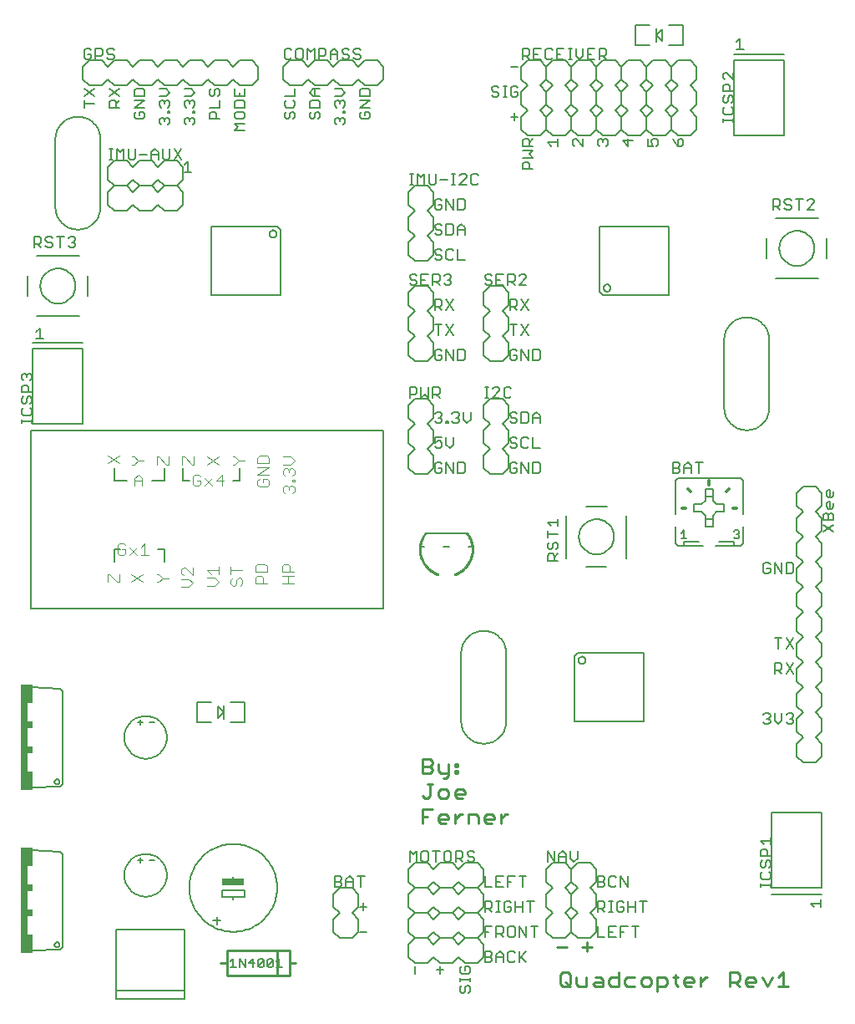
<source format=gto>
G75*
G70*
%OFA0B0*%
%FSLAX24Y24*%
%IPPOS*%
%LPD*%
%AMOC8*
5,1,8,0,0,1.08239X$1,22.5*
%
%ADD10C,0.0080*%
%ADD11C,0.0110*%
%ADD12C,0.0060*%
%ADD13C,0.0050*%
%ADD14R,0.0300X0.4200*%
%ADD15R,0.0200X0.0750*%
%ADD16R,0.0200X0.0300*%
%ADD17C,0.0010*%
%ADD18C,0.0040*%
%ADD19C,0.0100*%
%ADD20R,0.0900X0.0250*%
%ADD21C,0.0120*%
D10*
X005043Y000314D02*
X005043Y000629D01*
X007799Y000629D01*
X007799Y000314D01*
X005043Y000314D01*
X005043Y000629D02*
X005043Y003070D01*
X007799Y003070D01*
X007799Y000629D01*
X013732Y002982D02*
X013982Y002732D01*
X014482Y002732D01*
X014732Y002982D01*
X014732Y003482D01*
X014482Y003732D01*
X014732Y003982D01*
X014732Y004482D01*
X014482Y004732D01*
X013982Y004732D01*
X013732Y004482D01*
X013732Y003982D01*
X013982Y003732D01*
X013732Y003482D01*
X013732Y002982D01*
X014772Y002982D02*
X015052Y002982D01*
X014912Y003842D02*
X014912Y004122D01*
X014772Y003982D02*
X015052Y003982D01*
X014833Y004772D02*
X014833Y005192D01*
X014693Y005192D02*
X014973Y005192D01*
X014512Y005052D02*
X014512Y004772D01*
X014512Y004982D02*
X014232Y004982D01*
X014232Y005052D02*
X014372Y005192D01*
X014512Y005052D01*
X014232Y005052D02*
X014232Y004772D01*
X014052Y004842D02*
X013982Y004772D01*
X013772Y004772D01*
X013772Y005192D01*
X013982Y005192D01*
X014052Y005122D01*
X014052Y005052D01*
X013982Y004982D01*
X013772Y004982D01*
X013982Y004982D02*
X014052Y004912D01*
X014052Y004842D01*
X016732Y004982D02*
X016982Y004732D01*
X017482Y004732D01*
X017732Y004482D01*
X017982Y004732D01*
X018482Y004732D01*
X018732Y004482D01*
X018982Y004732D01*
X019482Y004732D01*
X019732Y004482D01*
X019732Y003982D01*
X019482Y003732D01*
X018982Y003732D01*
X018732Y003982D01*
X018482Y003732D01*
X017982Y003732D01*
X017732Y003982D01*
X017482Y003732D01*
X016982Y003732D01*
X016732Y003982D01*
X016732Y004482D01*
X016982Y004732D01*
X017482Y004732D01*
X017732Y004982D01*
X017982Y004732D01*
X018482Y004732D01*
X018732Y004982D01*
X018982Y004732D01*
X019482Y004732D01*
X019732Y004982D01*
X019732Y005482D01*
X019482Y005732D01*
X018982Y005732D01*
X018732Y005482D01*
X018482Y005732D01*
X017982Y005732D01*
X017732Y005482D01*
X017482Y005732D01*
X016982Y005732D01*
X016732Y005482D01*
X016732Y004982D01*
X016772Y005772D02*
X016772Y006192D01*
X016912Y006052D01*
X017052Y006192D01*
X017052Y005772D01*
X017232Y005842D02*
X017302Y005772D01*
X017442Y005772D01*
X017512Y005842D01*
X017512Y006122D01*
X017442Y006192D01*
X017302Y006192D01*
X017232Y006122D01*
X017232Y005842D01*
X017693Y006192D02*
X017973Y006192D01*
X017833Y006192D02*
X017833Y005772D01*
X018153Y005842D02*
X018153Y006122D01*
X018223Y006192D01*
X018363Y006192D01*
X018433Y006122D01*
X018433Y005842D01*
X018363Y005772D01*
X018223Y005772D01*
X018153Y005842D01*
X018613Y005912D02*
X018823Y005912D01*
X018893Y005982D01*
X018893Y006122D01*
X018823Y006192D01*
X018613Y006192D01*
X018613Y005772D01*
X018753Y005912D02*
X018893Y005772D01*
X019074Y005842D02*
X019144Y005772D01*
X019284Y005772D01*
X019354Y005842D01*
X019354Y005912D01*
X019284Y005982D01*
X019144Y005982D01*
X019074Y006052D01*
X019074Y006122D01*
X019144Y006192D01*
X019284Y006192D01*
X019354Y006122D01*
X019772Y005192D02*
X019772Y004772D01*
X020052Y004772D01*
X020232Y004772D02*
X020232Y005192D01*
X020512Y005192D01*
X020693Y005192D02*
X020693Y004772D01*
X020512Y004772D02*
X020232Y004772D01*
X020232Y004982D02*
X020372Y004982D01*
X020693Y004982D02*
X020833Y004982D01*
X020693Y005192D02*
X020973Y005192D01*
X021153Y005192D02*
X021433Y005192D01*
X021293Y005192D02*
X021293Y004772D01*
X021280Y004192D02*
X021280Y003772D01*
X021280Y003982D02*
X020999Y003982D01*
X020819Y003982D02*
X020679Y003982D01*
X020819Y003982D02*
X020819Y003842D01*
X020749Y003772D01*
X020609Y003772D01*
X020539Y003842D01*
X020539Y004122D01*
X020609Y004192D01*
X020749Y004192D01*
X020819Y004122D01*
X020999Y004192D02*
X020999Y003772D01*
X021600Y003772D02*
X021600Y004192D01*
X021460Y004192D02*
X021740Y004192D01*
X022232Y003982D02*
X022232Y004482D01*
X022482Y004732D01*
X022232Y004982D01*
X022232Y005482D01*
X022482Y005732D01*
X022982Y005732D01*
X023232Y005482D01*
X023232Y004982D01*
X022982Y004732D01*
X023232Y004482D01*
X023232Y003982D01*
X022982Y003732D01*
X023232Y003482D01*
X023232Y002982D01*
X022982Y002732D01*
X022482Y002732D01*
X022232Y002982D01*
X022232Y003482D01*
X022482Y003732D01*
X022232Y003982D01*
X021893Y003192D02*
X021613Y003192D01*
X021753Y003192D02*
X021753Y002772D01*
X021433Y002772D02*
X021433Y003192D01*
X021153Y003192D02*
X021153Y002772D01*
X020973Y002842D02*
X020973Y003122D01*
X020903Y003192D01*
X020763Y003192D01*
X020693Y003122D01*
X020693Y002842D01*
X020763Y002772D01*
X020903Y002772D01*
X020973Y002842D01*
X021153Y003192D02*
X021433Y002772D01*
X021433Y002192D02*
X021153Y001912D01*
X021223Y001982D02*
X021433Y001772D01*
X021153Y001772D02*
X021153Y002192D01*
X020973Y002122D02*
X020903Y002192D01*
X020763Y002192D01*
X020693Y002122D01*
X020693Y001842D01*
X020763Y001772D01*
X020903Y001772D01*
X020973Y001842D01*
X020512Y001772D02*
X020512Y002052D01*
X020372Y002192D01*
X020232Y002052D01*
X020232Y001772D01*
X020052Y001842D02*
X019982Y001772D01*
X019772Y001772D01*
X019772Y002192D01*
X019982Y002192D01*
X020052Y002122D01*
X020052Y002052D01*
X019982Y001982D01*
X019772Y001982D01*
X019732Y001982D02*
X019482Y001732D01*
X018982Y001732D01*
X018732Y001982D01*
X018482Y001732D01*
X017982Y001732D01*
X017732Y001982D01*
X017482Y001732D01*
X016982Y001732D01*
X016732Y001982D01*
X016732Y002482D01*
X016982Y002732D01*
X017482Y002732D01*
X017732Y002482D01*
X017982Y002732D01*
X018482Y002732D01*
X018732Y002482D01*
X018982Y002732D01*
X019482Y002732D01*
X019732Y002482D01*
X019732Y001982D01*
X019982Y001982D02*
X020052Y001912D01*
X020052Y001842D01*
X020232Y001982D02*
X020512Y001982D01*
X020512Y002772D02*
X020372Y002912D01*
X020442Y002912D02*
X020232Y002912D01*
X020232Y002772D02*
X020232Y003192D01*
X020442Y003192D01*
X020512Y003122D01*
X020512Y002982D01*
X020442Y002912D01*
X020052Y003192D02*
X019772Y003192D01*
X019772Y002772D01*
X019772Y002982D02*
X019912Y002982D01*
X019732Y002982D02*
X019732Y003482D01*
X019482Y003732D01*
X018982Y003732D01*
X018732Y003482D01*
X018482Y003732D01*
X017982Y003732D01*
X017732Y003482D01*
X017482Y003732D01*
X016982Y003732D01*
X016732Y003482D01*
X016732Y002982D01*
X016982Y002732D01*
X017482Y002732D01*
X017732Y002982D01*
X017982Y002732D01*
X018482Y002732D01*
X018732Y002982D01*
X018982Y002732D01*
X019482Y002732D01*
X019732Y002982D01*
X019772Y003772D02*
X019772Y004192D01*
X019982Y004192D01*
X020052Y004122D01*
X020052Y003982D01*
X019982Y003912D01*
X019772Y003912D01*
X019912Y003912D02*
X020052Y003772D01*
X020232Y003772D02*
X020372Y003772D01*
X020302Y003772D02*
X020302Y004192D01*
X020232Y004192D02*
X020372Y004192D01*
X022272Y005772D02*
X022272Y006192D01*
X022552Y005772D01*
X022552Y006192D01*
X022732Y006052D02*
X022732Y005772D01*
X022732Y005982D02*
X023012Y005982D01*
X023012Y006052D02*
X023012Y005772D01*
X023193Y005912D02*
X023193Y006192D01*
X023012Y006052D02*
X022872Y006192D01*
X022732Y006052D01*
X023193Y005912D02*
X023333Y005772D01*
X023473Y005912D01*
X023473Y006192D01*
X023482Y005732D02*
X023982Y005732D01*
X024232Y005482D01*
X024232Y004982D01*
X023982Y004732D01*
X024232Y004482D01*
X024232Y003982D01*
X023982Y003732D01*
X024232Y003482D01*
X024232Y002982D01*
X023982Y002732D01*
X023482Y002732D01*
X023232Y002982D01*
X023232Y003482D01*
X023482Y003732D01*
X023232Y003982D01*
X023232Y004482D01*
X023482Y004732D01*
X023232Y004982D01*
X023232Y005482D01*
X023482Y005732D01*
X024272Y005192D02*
X024482Y005192D01*
X024552Y005122D01*
X024552Y005052D01*
X024482Y004982D01*
X024272Y004982D01*
X024482Y004982D02*
X024552Y004912D01*
X024552Y004842D01*
X024482Y004772D01*
X024272Y004772D01*
X024272Y005192D01*
X024732Y005122D02*
X024732Y004842D01*
X024802Y004772D01*
X024942Y004772D01*
X025012Y004842D01*
X025193Y004772D02*
X025193Y005192D01*
X025473Y004772D01*
X025473Y005192D01*
X025012Y005122D02*
X024942Y005192D01*
X024802Y005192D01*
X024732Y005122D01*
X024732Y004192D02*
X024872Y004192D01*
X024802Y004192D02*
X024802Y003772D01*
X024732Y003772D02*
X024872Y003772D01*
X025039Y003842D02*
X025109Y003772D01*
X025249Y003772D01*
X025319Y003842D01*
X025319Y003982D01*
X025179Y003982D01*
X025039Y004122D02*
X025039Y003842D01*
X025039Y004122D02*
X025109Y004192D01*
X025249Y004192D01*
X025319Y004122D01*
X025499Y004192D02*
X025499Y003772D01*
X025499Y003982D02*
X025780Y003982D01*
X025780Y004192D02*
X025780Y003772D01*
X026100Y003772D02*
X026100Y004192D01*
X025960Y004192D02*
X026240Y004192D01*
X025933Y003192D02*
X025653Y003192D01*
X025793Y003192D02*
X025793Y002772D01*
X025333Y002982D02*
X025193Y002982D01*
X025193Y003192D02*
X025473Y003192D01*
X025193Y003192D02*
X025193Y002772D01*
X025012Y002772D02*
X024732Y002772D01*
X024732Y003192D01*
X025012Y003192D01*
X024872Y002982D02*
X024732Y002982D01*
X024552Y002772D02*
X024272Y002772D01*
X024272Y003192D01*
X024272Y003772D02*
X024272Y004192D01*
X024482Y004192D01*
X024552Y004122D01*
X024552Y003982D01*
X024482Y003912D01*
X024272Y003912D01*
X024412Y003912D02*
X024552Y003772D01*
X019192Y001522D02*
X019122Y001592D01*
X018982Y001592D01*
X018982Y001451D01*
X019122Y001311D02*
X019192Y001381D01*
X019192Y001522D01*
X019122Y001311D02*
X018842Y001311D01*
X018771Y001381D01*
X018771Y001522D01*
X018842Y001592D01*
X018771Y001145D02*
X018771Y001004D01*
X018771Y001075D02*
X019192Y001075D01*
X019192Y001145D02*
X019192Y001004D01*
X019122Y000824D02*
X019192Y000754D01*
X019192Y000614D01*
X019122Y000544D01*
X018982Y000614D02*
X018982Y000754D01*
X019052Y000824D01*
X019122Y000824D01*
X018982Y000614D02*
X018912Y000544D01*
X018842Y000544D01*
X018771Y000614D01*
X018771Y000754D01*
X018842Y000824D01*
X018122Y001452D02*
X017842Y001452D01*
X017982Y001592D02*
X017982Y001311D01*
X016982Y001311D02*
X016982Y001592D01*
X018832Y011382D02*
X018832Y014082D01*
X018834Y014141D01*
X018840Y014199D01*
X018849Y014258D01*
X018863Y014315D01*
X018880Y014371D01*
X018901Y014426D01*
X018925Y014480D01*
X018953Y014532D01*
X018984Y014582D01*
X019018Y014630D01*
X019055Y014675D01*
X019096Y014718D01*
X019139Y014759D01*
X019184Y014796D01*
X019232Y014830D01*
X019282Y014861D01*
X019334Y014889D01*
X019388Y014913D01*
X019443Y014934D01*
X019499Y014951D01*
X019556Y014965D01*
X019615Y014974D01*
X019673Y014980D01*
X019732Y014982D01*
X019791Y014980D01*
X019849Y014974D01*
X019908Y014965D01*
X019965Y014951D01*
X020021Y014934D01*
X020076Y014913D01*
X020130Y014889D01*
X020182Y014861D01*
X020232Y014830D01*
X020280Y014796D01*
X020325Y014759D01*
X020368Y014718D01*
X020409Y014675D01*
X020446Y014630D01*
X020480Y014582D01*
X020511Y014532D01*
X020539Y014480D01*
X020563Y014426D01*
X020584Y014371D01*
X020601Y014315D01*
X020615Y014258D01*
X020624Y014199D01*
X020630Y014141D01*
X020632Y014082D01*
X020632Y011382D01*
X020630Y011323D01*
X020624Y011265D01*
X020615Y011206D01*
X020601Y011149D01*
X020584Y011093D01*
X020563Y011038D01*
X020539Y010984D01*
X020511Y010932D01*
X020480Y010882D01*
X020446Y010834D01*
X020409Y010789D01*
X020368Y010746D01*
X020325Y010705D01*
X020280Y010668D01*
X020232Y010634D01*
X020182Y010603D01*
X020130Y010575D01*
X020076Y010551D01*
X020021Y010530D01*
X019965Y010513D01*
X019908Y010499D01*
X019849Y010490D01*
X019791Y010484D01*
X019732Y010482D01*
X019673Y010484D01*
X019615Y010490D01*
X019556Y010499D01*
X019499Y010513D01*
X019443Y010530D01*
X019388Y010551D01*
X019334Y010575D01*
X019282Y010603D01*
X019232Y010634D01*
X019184Y010668D01*
X019139Y010705D01*
X019096Y010746D01*
X019055Y010789D01*
X019018Y010834D01*
X018984Y010882D01*
X018953Y010932D01*
X018925Y010984D01*
X018901Y011038D01*
X018880Y011093D01*
X018863Y011149D01*
X018849Y011206D01*
X018840Y011265D01*
X018834Y011323D01*
X018832Y011382D01*
X023832Y017532D02*
X024625Y017532D01*
X025432Y017882D02*
X025432Y019582D01*
X024637Y019932D02*
X023832Y019932D01*
X023032Y019582D02*
X023032Y017882D01*
X022692Y017772D02*
X022271Y017772D01*
X022271Y017982D01*
X022342Y018052D01*
X022482Y018052D01*
X022552Y017982D01*
X022552Y017772D01*
X022552Y017912D02*
X022692Y018052D01*
X022622Y018232D02*
X022692Y018302D01*
X022692Y018442D01*
X022622Y018512D01*
X022552Y018512D01*
X022482Y018442D01*
X022482Y018302D01*
X022412Y018232D01*
X022342Y018232D01*
X022271Y018302D01*
X022271Y018442D01*
X022342Y018512D01*
X022271Y018693D02*
X022271Y018973D01*
X022271Y018833D02*
X022692Y018833D01*
X022692Y019153D02*
X022692Y019433D01*
X022692Y019293D02*
X022271Y019293D01*
X022412Y019153D01*
X023532Y018732D02*
X023534Y018784D01*
X023540Y018836D01*
X023550Y018888D01*
X023563Y018938D01*
X023580Y018988D01*
X023601Y019036D01*
X023626Y019082D01*
X023654Y019126D01*
X023685Y019168D01*
X023719Y019208D01*
X023756Y019245D01*
X023796Y019279D01*
X023838Y019310D01*
X023882Y019338D01*
X023928Y019363D01*
X023976Y019384D01*
X024026Y019401D01*
X024076Y019414D01*
X024128Y019424D01*
X024180Y019430D01*
X024232Y019432D01*
X024284Y019430D01*
X024336Y019424D01*
X024388Y019414D01*
X024438Y019401D01*
X024488Y019384D01*
X024536Y019363D01*
X024582Y019338D01*
X024626Y019310D01*
X024668Y019279D01*
X024708Y019245D01*
X024745Y019208D01*
X024779Y019168D01*
X024810Y019126D01*
X024838Y019082D01*
X024863Y019036D01*
X024884Y018988D01*
X024901Y018938D01*
X024914Y018888D01*
X024924Y018836D01*
X024930Y018784D01*
X024932Y018732D01*
X024930Y018680D01*
X024924Y018628D01*
X024914Y018576D01*
X024901Y018526D01*
X024884Y018476D01*
X024863Y018428D01*
X024838Y018382D01*
X024810Y018338D01*
X024779Y018296D01*
X024745Y018256D01*
X024708Y018219D01*
X024668Y018185D01*
X024626Y018154D01*
X024582Y018126D01*
X024536Y018101D01*
X024488Y018080D01*
X024438Y018063D01*
X024388Y018050D01*
X024336Y018040D01*
X024284Y018034D01*
X024232Y018032D01*
X024180Y018034D01*
X024128Y018040D01*
X024076Y018050D01*
X024026Y018063D01*
X023976Y018080D01*
X023928Y018101D01*
X023882Y018126D01*
X023838Y018154D01*
X023796Y018185D01*
X023756Y018219D01*
X023719Y018256D01*
X023685Y018296D01*
X023654Y018338D01*
X023626Y018382D01*
X023601Y018428D01*
X023580Y018476D01*
X023563Y018526D01*
X023550Y018576D01*
X023540Y018628D01*
X023534Y018680D01*
X023532Y018732D01*
X021903Y021272D02*
X021973Y021342D01*
X021973Y021622D01*
X021903Y021692D01*
X021693Y021692D01*
X021693Y021272D01*
X021903Y021272D01*
X021512Y021272D02*
X021512Y021692D01*
X021232Y021692D02*
X021232Y021272D01*
X021052Y021342D02*
X021052Y021482D01*
X020912Y021482D01*
X020732Y021482D02*
X020482Y021232D01*
X019982Y021232D01*
X019732Y021482D01*
X019732Y021982D01*
X019982Y022232D01*
X019732Y022482D01*
X019732Y022982D01*
X019982Y023232D01*
X019732Y023482D01*
X019732Y023982D01*
X019982Y024232D01*
X020482Y024232D01*
X020732Y023982D01*
X020732Y023482D01*
X020482Y023232D01*
X020732Y022982D01*
X020732Y022482D01*
X020482Y022232D01*
X020732Y021982D01*
X020732Y021482D01*
X020772Y021622D02*
X020772Y021342D01*
X020842Y021272D01*
X020982Y021272D01*
X021052Y021342D01*
X021052Y021622D02*
X020982Y021692D01*
X020842Y021692D01*
X020772Y021622D01*
X021232Y021692D02*
X021512Y021272D01*
X021442Y022272D02*
X021512Y022342D01*
X021442Y022272D02*
X021302Y022272D01*
X021232Y022342D01*
X021232Y022622D01*
X021302Y022692D01*
X021442Y022692D01*
X021512Y022622D01*
X021693Y022692D02*
X021693Y022272D01*
X021973Y022272D01*
X021052Y022342D02*
X020982Y022272D01*
X020842Y022272D01*
X020772Y022342D01*
X020842Y022482D02*
X020982Y022482D01*
X021052Y022412D01*
X021052Y022342D01*
X020842Y022482D02*
X020772Y022552D01*
X020772Y022622D01*
X020842Y022692D01*
X020982Y022692D01*
X021052Y022622D01*
X020982Y023272D02*
X020842Y023272D01*
X020772Y023342D01*
X020842Y023482D02*
X020982Y023482D01*
X021052Y023412D01*
X021052Y023342D01*
X020982Y023272D01*
X021232Y023272D02*
X021442Y023272D01*
X021512Y023342D01*
X021512Y023622D01*
X021442Y023692D01*
X021232Y023692D01*
X021232Y023272D01*
X021052Y023622D02*
X020982Y023692D01*
X020842Y023692D01*
X020772Y023622D01*
X020772Y023552D01*
X020842Y023482D01*
X020749Y024272D02*
X020819Y024342D01*
X020749Y024272D02*
X020609Y024272D01*
X020539Y024342D01*
X020539Y024622D01*
X020609Y024692D01*
X020749Y024692D01*
X020819Y024622D01*
X020359Y024622D02*
X020289Y024692D01*
X020149Y024692D01*
X020079Y024622D01*
X019912Y024692D02*
X019772Y024692D01*
X019842Y024692D02*
X019842Y024272D01*
X019772Y024272D02*
X019912Y024272D01*
X020079Y024272D02*
X020359Y024552D01*
X020359Y024622D01*
X020359Y024272D02*
X020079Y024272D01*
X019203Y023692D02*
X019203Y023412D01*
X019063Y023272D01*
X018923Y023412D01*
X018923Y023692D01*
X018743Y023622D02*
X018743Y023552D01*
X018672Y023482D01*
X018743Y023412D01*
X018743Y023342D01*
X018672Y023272D01*
X018532Y023272D01*
X018462Y023342D01*
X018302Y023342D02*
X018302Y023272D01*
X018232Y023272D01*
X018232Y023342D01*
X018302Y023342D01*
X018052Y023342D02*
X017982Y023272D01*
X017842Y023272D01*
X017772Y023342D01*
X017732Y023482D02*
X017482Y023232D01*
X017732Y022982D01*
X017732Y022482D01*
X017482Y022232D01*
X017732Y021982D01*
X017732Y021482D01*
X017482Y021232D01*
X016982Y021232D01*
X016732Y021482D01*
X016732Y021982D01*
X016982Y022232D01*
X016732Y022482D01*
X016732Y022982D01*
X016982Y023232D01*
X016732Y023482D01*
X016732Y023982D01*
X016982Y024232D01*
X017482Y024232D01*
X017732Y023982D01*
X017732Y023482D01*
X017772Y023622D02*
X017842Y023692D01*
X017982Y023692D01*
X018052Y023622D01*
X018052Y023552D01*
X017982Y023482D01*
X018052Y023412D01*
X018052Y023342D01*
X017982Y023482D02*
X017912Y023482D01*
X018462Y023622D02*
X018532Y023692D01*
X018672Y023692D01*
X018743Y023622D01*
X018672Y023482D02*
X018602Y023482D01*
X018512Y022692D02*
X018512Y022412D01*
X018372Y022272D01*
X018232Y022412D01*
X018232Y022692D01*
X018052Y022692D02*
X017772Y022692D01*
X017772Y022482D01*
X017912Y022552D01*
X017982Y022552D01*
X018052Y022482D01*
X018052Y022342D01*
X017982Y022272D01*
X017842Y022272D01*
X017772Y022342D01*
X017842Y021692D02*
X017772Y021622D01*
X017772Y021342D01*
X017842Y021272D01*
X017982Y021272D01*
X018052Y021342D01*
X018052Y021482D01*
X017912Y021482D01*
X018052Y021622D02*
X017982Y021692D01*
X017842Y021692D01*
X018232Y021692D02*
X018232Y021272D01*
X018512Y021272D02*
X018232Y021692D01*
X018512Y021692D02*
X018512Y021272D01*
X018693Y021272D02*
X018903Y021272D01*
X018973Y021342D01*
X018973Y021622D01*
X018903Y021692D01*
X018693Y021692D01*
X018693Y021272D01*
X019056Y018882D02*
X017407Y018882D01*
X017345Y018332D02*
X017187Y018332D01*
X018119Y018332D02*
X018345Y018332D01*
X019119Y018332D02*
X019277Y018332D01*
X021693Y023272D02*
X021693Y023552D01*
X021833Y023692D01*
X021973Y023552D01*
X021973Y023272D01*
X021973Y023482D02*
X021693Y023482D01*
X021693Y025772D02*
X021903Y025772D01*
X021973Y025842D01*
X021973Y026122D01*
X021903Y026192D01*
X021693Y026192D01*
X021693Y025772D01*
X021512Y025772D02*
X021512Y026192D01*
X021232Y026192D02*
X021232Y025772D01*
X021052Y025842D02*
X021052Y025982D01*
X020912Y025982D01*
X020732Y025982D02*
X020482Y025732D01*
X019982Y025732D01*
X019732Y025982D01*
X019732Y026482D01*
X019982Y026732D01*
X019732Y026982D01*
X019732Y027482D01*
X019982Y027732D01*
X019732Y027982D01*
X019732Y028482D01*
X019982Y028732D01*
X020482Y028732D01*
X020732Y028482D01*
X020732Y027982D01*
X020482Y027732D01*
X020732Y027482D01*
X020732Y026982D01*
X020482Y026732D01*
X020732Y026482D01*
X020732Y025982D01*
X020772Y026122D02*
X020772Y025842D01*
X020842Y025772D01*
X020982Y025772D01*
X021052Y025842D01*
X021052Y026122D02*
X020982Y026192D01*
X020842Y026192D01*
X020772Y026122D01*
X021232Y026192D02*
X021512Y025772D01*
X021512Y026772D02*
X021232Y027192D01*
X021052Y027192D02*
X020772Y027192D01*
X020912Y027192D02*
X020912Y026772D01*
X021232Y026772D02*
X021512Y027192D01*
X021512Y027772D02*
X021232Y028192D01*
X021052Y028122D02*
X021052Y027982D01*
X020982Y027912D01*
X020772Y027912D01*
X020912Y027912D02*
X021052Y027772D01*
X021232Y027772D02*
X021512Y028192D01*
X021052Y028122D02*
X020982Y028192D01*
X020772Y028192D01*
X020772Y027772D01*
X020693Y028772D02*
X020693Y029192D01*
X020903Y029192D01*
X020973Y029122D01*
X020973Y028982D01*
X020903Y028912D01*
X020693Y028912D01*
X020833Y028912D02*
X020973Y028772D01*
X021153Y028772D02*
X021433Y029052D01*
X021433Y029122D01*
X021363Y029192D01*
X021223Y029192D01*
X021153Y029122D01*
X021153Y028772D02*
X021433Y028772D01*
X020512Y028772D02*
X020232Y028772D01*
X020232Y029192D01*
X020512Y029192D01*
X020372Y028982D02*
X020232Y028982D01*
X020052Y028912D02*
X020052Y028842D01*
X019982Y028772D01*
X019842Y028772D01*
X019772Y028842D01*
X019842Y028982D02*
X019982Y028982D01*
X020052Y028912D01*
X020052Y029122D02*
X019982Y029192D01*
X019842Y029192D01*
X019772Y029122D01*
X019772Y029052D01*
X019842Y028982D01*
X018973Y029772D02*
X018693Y029772D01*
X018693Y030192D01*
X018512Y030122D02*
X018442Y030192D01*
X018302Y030192D01*
X018232Y030122D01*
X018232Y029842D01*
X018302Y029772D01*
X018442Y029772D01*
X018512Y029842D01*
X018363Y029192D02*
X018433Y029122D01*
X018433Y029052D01*
X018363Y028982D01*
X018433Y028912D01*
X018433Y028842D01*
X018363Y028772D01*
X018223Y028772D01*
X018153Y028842D01*
X017973Y028772D02*
X017833Y028912D01*
X017903Y028912D02*
X017693Y028912D01*
X017693Y028772D02*
X017693Y029192D01*
X017903Y029192D01*
X017973Y029122D01*
X017973Y028982D01*
X017903Y028912D01*
X018153Y029122D02*
X018223Y029192D01*
X018363Y029192D01*
X018363Y028982D02*
X018293Y028982D01*
X017732Y028482D02*
X017732Y027982D01*
X017482Y027732D01*
X017732Y027482D01*
X017732Y026982D01*
X017482Y026732D01*
X017732Y026482D01*
X017732Y025982D01*
X017482Y025732D01*
X016982Y025732D01*
X016732Y025982D01*
X016732Y026482D01*
X016982Y026732D01*
X016732Y026982D01*
X016732Y027482D01*
X016982Y027732D01*
X016732Y027982D01*
X016732Y028482D01*
X016982Y028732D01*
X017482Y028732D01*
X017732Y028482D01*
X017772Y028192D02*
X017982Y028192D01*
X018052Y028122D01*
X018052Y027982D01*
X017982Y027912D01*
X017772Y027912D01*
X017912Y027912D02*
X018052Y027772D01*
X018232Y027772D02*
X018512Y028192D01*
X018232Y028192D02*
X018512Y027772D01*
X018512Y027192D02*
X018232Y026772D01*
X018512Y026772D02*
X018232Y027192D01*
X018052Y027192D02*
X017772Y027192D01*
X017912Y027192D02*
X017912Y026772D01*
X017982Y026192D02*
X017842Y026192D01*
X017772Y026122D01*
X017772Y025842D01*
X017842Y025772D01*
X017982Y025772D01*
X018052Y025842D01*
X018052Y025982D01*
X017912Y025982D01*
X018052Y026122D02*
X017982Y026192D01*
X018232Y026192D02*
X018232Y025772D01*
X018512Y025772D02*
X018232Y026192D01*
X018512Y026192D02*
X018512Y025772D01*
X018693Y025772D02*
X018903Y025772D01*
X018973Y025842D01*
X018973Y026122D01*
X018903Y026192D01*
X018693Y026192D01*
X018693Y025772D01*
X017903Y024692D02*
X017693Y024692D01*
X017693Y024272D01*
X017693Y024412D02*
X017903Y024412D01*
X017973Y024482D01*
X017973Y024622D01*
X017903Y024692D01*
X017833Y024412D02*
X017973Y024272D01*
X017512Y024272D02*
X017512Y024692D01*
X017232Y024692D02*
X017232Y024272D01*
X017372Y024412D01*
X017512Y024272D01*
X017052Y024482D02*
X016982Y024412D01*
X016772Y024412D01*
X016772Y024272D02*
X016772Y024692D01*
X016982Y024692D01*
X017052Y024622D01*
X017052Y024482D01*
X017772Y027772D02*
X017772Y028192D01*
X017512Y028772D02*
X017232Y028772D01*
X017232Y029192D01*
X017512Y029192D01*
X017372Y028982D02*
X017232Y028982D01*
X017052Y028912D02*
X017052Y028842D01*
X016982Y028772D01*
X016842Y028772D01*
X016772Y028842D01*
X016842Y028982D02*
X016982Y028982D01*
X017052Y028912D01*
X017052Y029122D02*
X016982Y029192D01*
X016842Y029192D01*
X016772Y029122D01*
X016772Y029052D01*
X016842Y028982D01*
X016982Y029732D02*
X016732Y029982D01*
X016732Y030482D01*
X016982Y030732D01*
X016732Y030982D01*
X016732Y031482D01*
X016982Y031732D01*
X016732Y031982D01*
X016732Y032482D01*
X016982Y032732D01*
X017482Y032732D01*
X017732Y032482D01*
X017732Y031982D01*
X017482Y031732D01*
X017732Y031482D01*
X017732Y030982D01*
X017482Y030732D01*
X017732Y030482D01*
X017732Y029982D01*
X017482Y029732D01*
X016982Y029732D01*
X017772Y029842D02*
X017842Y029772D01*
X017982Y029772D01*
X018052Y029842D01*
X018052Y029912D01*
X017982Y029982D01*
X017842Y029982D01*
X017772Y030052D01*
X017772Y030122D01*
X017842Y030192D01*
X017982Y030192D01*
X018052Y030122D01*
X017982Y030772D02*
X017842Y030772D01*
X017772Y030842D01*
X017842Y030982D02*
X017982Y030982D01*
X018052Y030912D01*
X018052Y030842D01*
X017982Y030772D01*
X018232Y030772D02*
X018232Y031192D01*
X018442Y031192D01*
X018512Y031122D01*
X018512Y030842D01*
X018442Y030772D01*
X018232Y030772D01*
X018052Y031122D02*
X017982Y031192D01*
X017842Y031192D01*
X017772Y031122D01*
X017772Y031052D01*
X017842Y030982D01*
X017842Y031772D02*
X017982Y031772D01*
X018052Y031842D01*
X018052Y031982D01*
X017912Y031982D01*
X018052Y032122D02*
X017982Y032192D01*
X017842Y032192D01*
X017772Y032122D01*
X017772Y031842D01*
X017842Y031772D01*
X018232Y031772D02*
X018232Y032192D01*
X018512Y031772D01*
X018512Y032192D01*
X018693Y032192D02*
X018903Y032192D01*
X018973Y032122D01*
X018973Y031842D01*
X018903Y031772D01*
X018693Y031772D01*
X018693Y032192D01*
X018767Y032772D02*
X019047Y033052D01*
X019047Y033122D01*
X018977Y033192D01*
X018837Y033192D01*
X018767Y033122D01*
X018600Y033192D02*
X018460Y033192D01*
X018530Y033192D02*
X018530Y032772D01*
X018460Y032772D02*
X018600Y032772D01*
X018767Y032772D02*
X019047Y032772D01*
X019227Y032842D02*
X019297Y032772D01*
X019437Y032772D01*
X019507Y032842D01*
X019227Y032842D02*
X019227Y033122D01*
X019297Y033192D01*
X019437Y033192D01*
X019507Y033122D01*
X018280Y032982D02*
X017999Y032982D01*
X017819Y032842D02*
X017819Y033192D01*
X017539Y033192D02*
X017539Y032842D01*
X017609Y032772D01*
X017749Y032772D01*
X017819Y032842D01*
X017359Y032772D02*
X017359Y033192D01*
X017219Y033052D01*
X017079Y033192D01*
X017079Y032772D01*
X016912Y032772D02*
X016772Y032772D01*
X016842Y032772D02*
X016842Y033192D01*
X016772Y033192D02*
X016912Y033192D01*
X015122Y035391D02*
X015192Y035461D01*
X015192Y035601D01*
X015122Y035671D01*
X014982Y035671D01*
X014982Y035531D01*
X014842Y035391D02*
X015122Y035391D01*
X014842Y035391D02*
X014771Y035461D01*
X014771Y035601D01*
X014842Y035671D01*
X014771Y035851D02*
X015192Y036131D01*
X014771Y036131D01*
X014771Y036311D02*
X014771Y036522D01*
X014842Y036592D01*
X015122Y036592D01*
X015192Y036522D01*
X015192Y036311D01*
X014771Y036311D01*
X014771Y035851D02*
X015192Y035851D01*
X014982Y036732D02*
X015482Y036732D01*
X015732Y036982D01*
X015732Y037482D01*
X015482Y037732D01*
X014982Y037732D01*
X014732Y037482D01*
X014482Y037732D01*
X013982Y037732D01*
X013732Y037482D01*
X013482Y037732D01*
X012982Y037732D01*
X012732Y037482D01*
X012482Y037732D01*
X011982Y037732D01*
X011732Y037482D01*
X011732Y036982D01*
X011982Y036732D01*
X012482Y036732D01*
X012732Y036982D01*
X012982Y036732D01*
X013482Y036732D01*
X013732Y036982D01*
X013982Y036732D01*
X014482Y036732D01*
X014732Y036982D01*
X014982Y036732D01*
X014192Y036451D02*
X014052Y036592D01*
X013771Y036592D01*
X013771Y036311D02*
X014052Y036311D01*
X014192Y036451D01*
X014122Y036131D02*
X014192Y036061D01*
X014192Y035921D01*
X014122Y035851D01*
X014122Y035691D02*
X014192Y035691D01*
X014192Y035621D01*
X014122Y035621D01*
X014122Y035691D01*
X014122Y035441D02*
X014192Y035371D01*
X014192Y035231D01*
X014122Y035160D01*
X013982Y035301D02*
X013982Y035371D01*
X014052Y035441D01*
X014122Y035441D01*
X013982Y035371D02*
X013912Y035441D01*
X013842Y035441D01*
X013771Y035371D01*
X013771Y035231D01*
X013842Y035160D01*
X013842Y035851D02*
X013771Y035921D01*
X013771Y036061D01*
X013842Y036131D01*
X013912Y036131D01*
X013982Y036061D01*
X014052Y036131D01*
X014122Y036131D01*
X013982Y036061D02*
X013982Y035991D01*
X013192Y036061D02*
X013192Y035851D01*
X012771Y035851D01*
X012771Y036061D01*
X012842Y036131D01*
X013122Y036131D01*
X013192Y036061D01*
X013192Y036311D02*
X012912Y036311D01*
X012771Y036451D01*
X012912Y036592D01*
X013192Y036592D01*
X012982Y036592D02*
X012982Y036311D01*
X013052Y035671D02*
X013122Y035671D01*
X013192Y035601D01*
X013192Y035461D01*
X013122Y035391D01*
X012982Y035461D02*
X012982Y035601D01*
X013052Y035671D01*
X012842Y035671D02*
X012771Y035601D01*
X012771Y035461D01*
X012842Y035391D01*
X012912Y035391D01*
X012982Y035461D01*
X012192Y035461D02*
X012122Y035391D01*
X012192Y035461D02*
X012192Y035601D01*
X012122Y035671D01*
X012052Y035671D01*
X011982Y035601D01*
X011982Y035461D01*
X011912Y035391D01*
X011842Y035391D01*
X011771Y035461D01*
X011771Y035601D01*
X011842Y035671D01*
X011842Y035851D02*
X012122Y035851D01*
X012192Y035921D01*
X012192Y036061D01*
X012122Y036131D01*
X012192Y036311D02*
X012192Y036592D01*
X012192Y036311D02*
X011771Y036311D01*
X011842Y036131D02*
X011771Y036061D01*
X011771Y035921D01*
X011842Y035851D01*
X010732Y036982D02*
X010732Y037482D01*
X010482Y037732D01*
X009982Y037732D01*
X009732Y037482D01*
X009482Y037732D01*
X008982Y037732D01*
X008732Y037482D01*
X008482Y037732D01*
X007982Y037732D01*
X007732Y037482D01*
X007482Y037732D01*
X006982Y037732D01*
X006732Y037482D01*
X006482Y037732D01*
X005982Y037732D01*
X005732Y037482D01*
X005482Y037732D01*
X004982Y037732D01*
X004732Y037482D01*
X004482Y037732D01*
X003982Y037732D01*
X003732Y037482D01*
X003732Y036982D01*
X003982Y036732D01*
X004482Y036732D01*
X004732Y036982D01*
X004982Y036732D01*
X005482Y036732D01*
X005732Y036982D01*
X005982Y036732D01*
X006482Y036732D01*
X006732Y036982D01*
X006982Y036732D01*
X007482Y036732D01*
X007732Y036982D01*
X007982Y036732D01*
X008482Y036732D01*
X008732Y036982D01*
X008982Y036732D01*
X009482Y036732D01*
X009732Y036982D01*
X009982Y036732D01*
X010482Y036732D01*
X010732Y036982D01*
X010192Y036592D02*
X010192Y036311D01*
X009771Y036311D01*
X009771Y036592D01*
X009982Y036451D02*
X009982Y036311D01*
X010122Y036131D02*
X009842Y036131D01*
X009771Y036061D01*
X009771Y035851D01*
X010192Y035851D01*
X010192Y036061D01*
X010122Y036131D01*
X010122Y035671D02*
X009842Y035671D01*
X009771Y035601D01*
X009771Y035461D01*
X009842Y035391D01*
X010122Y035391D01*
X010192Y035461D01*
X010192Y035601D01*
X010122Y035671D01*
X010192Y035211D02*
X009771Y035211D01*
X009912Y035070D01*
X009771Y034930D01*
X010192Y034930D01*
X009192Y035391D02*
X008771Y035391D01*
X008771Y035601D01*
X008842Y035671D01*
X008982Y035671D01*
X009052Y035601D01*
X009052Y035391D01*
X009192Y035851D02*
X008771Y035851D01*
X009192Y035851D02*
X009192Y036131D01*
X009122Y036311D02*
X009192Y036381D01*
X009192Y036522D01*
X009122Y036592D01*
X009052Y036592D01*
X008982Y036522D01*
X008982Y036381D01*
X008912Y036311D01*
X008842Y036311D01*
X008771Y036381D01*
X008771Y036522D01*
X008842Y036592D01*
X008192Y036451D02*
X008052Y036592D01*
X007771Y036592D01*
X007771Y036311D02*
X008052Y036311D01*
X008192Y036451D01*
X008122Y036131D02*
X008192Y036061D01*
X008192Y035921D01*
X008122Y035851D01*
X008122Y035691D02*
X008192Y035691D01*
X008192Y035621D01*
X008122Y035621D01*
X008122Y035691D01*
X008122Y035441D02*
X008192Y035371D01*
X008192Y035231D01*
X008122Y035160D01*
X007982Y035301D02*
X007982Y035371D01*
X008052Y035441D01*
X008122Y035441D01*
X007982Y035371D02*
X007912Y035441D01*
X007842Y035441D01*
X007771Y035371D01*
X007771Y035231D01*
X007842Y035160D01*
X007192Y035231D02*
X007122Y035160D01*
X007192Y035231D02*
X007192Y035371D01*
X007122Y035441D01*
X007052Y035441D01*
X006982Y035371D01*
X006982Y035301D01*
X006982Y035371D02*
X006912Y035441D01*
X006842Y035441D01*
X006771Y035371D01*
X006771Y035231D01*
X006842Y035160D01*
X007122Y035621D02*
X007122Y035691D01*
X007192Y035691D01*
X007192Y035621D01*
X007122Y035621D01*
X007122Y035851D02*
X007192Y035921D01*
X007192Y036061D01*
X007122Y036131D01*
X007052Y036131D01*
X006982Y036061D01*
X006982Y035991D01*
X006982Y036061D02*
X006912Y036131D01*
X006842Y036131D01*
X006771Y036061D01*
X006771Y035921D01*
X006842Y035851D01*
X006771Y036311D02*
X007052Y036311D01*
X007192Y036451D01*
X007052Y036592D01*
X006771Y036592D01*
X006192Y036522D02*
X006192Y036311D01*
X005771Y036311D01*
X005771Y036522D01*
X005842Y036592D01*
X006122Y036592D01*
X006192Y036522D01*
X006192Y036131D02*
X005771Y036131D01*
X005771Y035851D02*
X006192Y036131D01*
X006192Y035851D02*
X005771Y035851D01*
X005842Y035671D02*
X005771Y035601D01*
X005771Y035461D01*
X005842Y035391D01*
X006122Y035391D01*
X006192Y035461D01*
X006192Y035601D01*
X006122Y035671D01*
X005982Y035671D01*
X005982Y035531D01*
X005192Y035851D02*
X004771Y035851D01*
X004771Y036061D01*
X004842Y036131D01*
X004982Y036131D01*
X005052Y036061D01*
X005052Y035851D01*
X005052Y035991D02*
X005192Y036131D01*
X005192Y036311D02*
X004771Y036592D01*
X004771Y036311D02*
X005192Y036592D01*
X004192Y036592D02*
X003771Y036311D01*
X003771Y036131D02*
X003771Y035851D01*
X003771Y035991D02*
X004192Y035991D01*
X004192Y036311D02*
X003771Y036592D01*
X003842Y037772D02*
X003982Y037772D01*
X004052Y037842D01*
X004052Y037982D01*
X003912Y037982D01*
X004052Y038122D02*
X003982Y038192D01*
X003842Y038192D01*
X003772Y038122D01*
X003772Y037842D01*
X003842Y037772D01*
X004232Y037772D02*
X004232Y038192D01*
X004442Y038192D01*
X004512Y038122D01*
X004512Y037982D01*
X004442Y037912D01*
X004232Y037912D01*
X004693Y037842D02*
X004763Y037772D01*
X004903Y037772D01*
X004973Y037842D01*
X004973Y037912D01*
X004903Y037982D01*
X004763Y037982D01*
X004693Y038052D01*
X004693Y038122D01*
X004763Y038192D01*
X004903Y038192D01*
X004973Y038122D01*
X007771Y036061D02*
X007771Y035921D01*
X007842Y035851D01*
X007982Y035991D02*
X007982Y036061D01*
X008052Y036131D01*
X008122Y036131D01*
X007982Y036061D02*
X007912Y036131D01*
X007842Y036131D01*
X007771Y036061D01*
X007661Y034192D02*
X007380Y033772D01*
X007482Y033732D02*
X007732Y033482D01*
X007732Y032982D01*
X007482Y032732D01*
X006982Y032732D01*
X006732Y032482D01*
X006482Y032732D01*
X005982Y032732D01*
X005732Y032482D01*
X005482Y032732D01*
X004982Y032732D01*
X004732Y032482D01*
X004732Y031982D01*
X004982Y031732D01*
X005482Y031732D01*
X005732Y031982D01*
X005982Y031732D01*
X006482Y031732D01*
X006732Y031982D01*
X006982Y031732D01*
X007482Y031732D01*
X007732Y031982D01*
X007732Y032482D01*
X007482Y032732D01*
X006982Y032732D01*
X006732Y032982D01*
X006482Y032732D01*
X005982Y032732D01*
X005732Y032982D01*
X005482Y032732D01*
X004982Y032732D01*
X004732Y032982D01*
X004732Y033482D01*
X004982Y033732D01*
X005482Y033732D01*
X005732Y033482D01*
X005982Y033732D01*
X006482Y033732D01*
X006732Y033482D01*
X006982Y033732D01*
X007482Y033732D01*
X007661Y033772D02*
X007380Y034192D01*
X007200Y034192D02*
X007200Y033842D01*
X007130Y033772D01*
X006990Y033772D01*
X006920Y033842D01*
X006920Y034192D01*
X006740Y034052D02*
X006740Y033772D01*
X006740Y033982D02*
X006460Y033982D01*
X006460Y034052D02*
X006600Y034192D01*
X006740Y034052D01*
X006460Y034052D02*
X006460Y033772D01*
X006280Y033982D02*
X005999Y033982D01*
X005819Y033842D02*
X005819Y034192D01*
X005539Y034192D02*
X005539Y033842D01*
X005609Y033772D01*
X005749Y033772D01*
X005819Y033842D01*
X005359Y033772D02*
X005359Y034192D01*
X005219Y034052D01*
X005079Y034192D01*
X005079Y033772D01*
X004912Y033772D02*
X004772Y033772D01*
X004842Y033772D02*
X004842Y034192D01*
X004772Y034192D02*
X004912Y034192D01*
X004432Y034582D02*
X004432Y031882D01*
X004430Y031823D01*
X004424Y031765D01*
X004415Y031706D01*
X004401Y031649D01*
X004384Y031593D01*
X004363Y031538D01*
X004339Y031484D01*
X004311Y031432D01*
X004280Y031382D01*
X004246Y031334D01*
X004209Y031289D01*
X004168Y031246D01*
X004125Y031205D01*
X004080Y031168D01*
X004032Y031134D01*
X003982Y031103D01*
X003930Y031075D01*
X003876Y031051D01*
X003821Y031030D01*
X003765Y031013D01*
X003708Y030999D01*
X003649Y030990D01*
X003591Y030984D01*
X003532Y030982D01*
X003473Y030984D01*
X003415Y030990D01*
X003356Y030999D01*
X003299Y031013D01*
X003243Y031030D01*
X003188Y031051D01*
X003134Y031075D01*
X003082Y031103D01*
X003032Y031134D01*
X002984Y031168D01*
X002939Y031205D01*
X002896Y031246D01*
X002855Y031289D01*
X002818Y031334D01*
X002784Y031382D01*
X002753Y031432D01*
X002725Y031484D01*
X002701Y031538D01*
X002680Y031593D01*
X002663Y031649D01*
X002649Y031706D01*
X002640Y031765D01*
X002634Y031823D01*
X002632Y031882D01*
X002632Y034582D01*
X002634Y034641D01*
X002640Y034699D01*
X002649Y034758D01*
X002663Y034815D01*
X002680Y034871D01*
X002701Y034926D01*
X002725Y034980D01*
X002753Y035032D01*
X002784Y035082D01*
X002818Y035130D01*
X002855Y035175D01*
X002896Y035218D01*
X002939Y035259D01*
X002984Y035296D01*
X003032Y035330D01*
X003082Y035361D01*
X003134Y035389D01*
X003188Y035413D01*
X003243Y035434D01*
X003299Y035451D01*
X003356Y035465D01*
X003415Y035474D01*
X003473Y035480D01*
X003532Y035482D01*
X003591Y035480D01*
X003649Y035474D01*
X003708Y035465D01*
X003765Y035451D01*
X003821Y035434D01*
X003876Y035413D01*
X003930Y035389D01*
X003982Y035361D01*
X004032Y035330D01*
X004080Y035296D01*
X004125Y035259D01*
X004168Y035218D01*
X004209Y035175D01*
X004246Y035130D01*
X004280Y035082D01*
X004311Y035032D01*
X004339Y034980D01*
X004363Y034926D01*
X004384Y034871D01*
X004401Y034815D01*
X004415Y034758D01*
X004424Y034699D01*
X004430Y034641D01*
X004432Y034582D01*
X007772Y033552D02*
X007912Y033692D01*
X007912Y033272D01*
X007772Y033272D02*
X008052Y033272D01*
X003932Y029125D02*
X003932Y028332D01*
X003582Y027532D02*
X001882Y027532D01*
X002002Y027042D02*
X002002Y026622D01*
X002142Y026622D02*
X001861Y026622D01*
X001732Y026482D02*
X003732Y026482D01*
X003732Y026232D02*
X001732Y026232D01*
X001732Y023232D01*
X003732Y023232D01*
X003732Y026232D01*
X002002Y027042D02*
X001861Y026902D01*
X001532Y028332D02*
X001532Y029137D01*
X001882Y029932D02*
X003582Y029932D01*
X003363Y030272D02*
X003223Y030272D01*
X003153Y030342D01*
X003293Y030482D02*
X003363Y030482D01*
X003433Y030412D01*
X003433Y030342D01*
X003363Y030272D01*
X003363Y030482D02*
X003433Y030552D01*
X003433Y030622D01*
X003363Y030692D01*
X003223Y030692D01*
X003153Y030622D01*
X002973Y030692D02*
X002693Y030692D01*
X002833Y030692D02*
X002833Y030272D01*
X002512Y030342D02*
X002442Y030272D01*
X002302Y030272D01*
X002232Y030342D01*
X002302Y030482D02*
X002442Y030482D01*
X002512Y030412D01*
X002512Y030342D01*
X002302Y030482D02*
X002232Y030552D01*
X002232Y030622D01*
X002302Y030692D01*
X002442Y030692D01*
X002512Y030622D01*
X002052Y030622D02*
X002052Y030482D01*
X001982Y030412D01*
X001772Y030412D01*
X001912Y030412D02*
X002052Y030272D01*
X001772Y030272D02*
X001772Y030692D01*
X001982Y030692D01*
X002052Y030622D01*
X002032Y028732D02*
X002034Y028784D01*
X002040Y028836D01*
X002050Y028888D01*
X002063Y028938D01*
X002080Y028988D01*
X002101Y029036D01*
X002126Y029082D01*
X002154Y029126D01*
X002185Y029168D01*
X002219Y029208D01*
X002256Y029245D01*
X002296Y029279D01*
X002338Y029310D01*
X002382Y029338D01*
X002428Y029363D01*
X002476Y029384D01*
X002526Y029401D01*
X002576Y029414D01*
X002628Y029424D01*
X002680Y029430D01*
X002732Y029432D01*
X002784Y029430D01*
X002836Y029424D01*
X002888Y029414D01*
X002938Y029401D01*
X002988Y029384D01*
X003036Y029363D01*
X003082Y029338D01*
X003126Y029310D01*
X003168Y029279D01*
X003208Y029245D01*
X003245Y029208D01*
X003279Y029168D01*
X003310Y029126D01*
X003338Y029082D01*
X003363Y029036D01*
X003384Y028988D01*
X003401Y028938D01*
X003414Y028888D01*
X003424Y028836D01*
X003430Y028784D01*
X003432Y028732D01*
X003430Y028680D01*
X003424Y028628D01*
X003414Y028576D01*
X003401Y028526D01*
X003384Y028476D01*
X003363Y028428D01*
X003338Y028382D01*
X003310Y028338D01*
X003279Y028296D01*
X003245Y028256D01*
X003208Y028219D01*
X003168Y028185D01*
X003126Y028154D01*
X003082Y028126D01*
X003036Y028101D01*
X002988Y028080D01*
X002938Y028063D01*
X002888Y028050D01*
X002836Y028040D01*
X002784Y028034D01*
X002732Y028032D01*
X002680Y028034D01*
X002628Y028040D01*
X002576Y028050D01*
X002526Y028063D01*
X002476Y028080D01*
X002428Y028101D01*
X002382Y028126D01*
X002338Y028154D01*
X002296Y028185D01*
X002256Y028219D01*
X002219Y028256D01*
X002185Y028296D01*
X002154Y028338D01*
X002126Y028382D01*
X002101Y028428D01*
X002080Y028476D01*
X002063Y028526D01*
X002050Y028576D01*
X002040Y028628D01*
X002034Y028680D01*
X002032Y028732D01*
X001622Y025240D02*
X001692Y025170D01*
X001692Y025030D01*
X001622Y024960D01*
X001482Y025100D02*
X001482Y025170D01*
X001552Y025240D01*
X001622Y025240D01*
X001482Y025170D02*
X001412Y025240D01*
X001342Y025240D01*
X001271Y025170D01*
X001271Y025030D01*
X001342Y024960D01*
X001342Y024780D02*
X001482Y024780D01*
X001552Y024710D01*
X001552Y024499D01*
X001692Y024499D02*
X001271Y024499D01*
X001271Y024710D01*
X001342Y024780D01*
X001342Y024319D02*
X001271Y024249D01*
X001271Y024109D01*
X001342Y024039D01*
X001412Y024039D01*
X001482Y024109D01*
X001482Y024249D01*
X001552Y024319D01*
X001622Y024319D01*
X001692Y024249D01*
X001692Y024109D01*
X001622Y024039D01*
X001622Y023859D02*
X001692Y023789D01*
X001692Y023649D01*
X001622Y023579D01*
X001342Y023579D01*
X001271Y023649D01*
X001271Y023789D01*
X001342Y023859D01*
X001271Y023412D02*
X001271Y023272D01*
X001271Y023342D02*
X001692Y023342D01*
X001692Y023272D02*
X001692Y023412D01*
X008287Y012126D02*
X008287Y011338D01*
X008838Y011338D01*
X009114Y011496D02*
X009114Y011968D01*
X009350Y011732D01*
X009114Y011496D01*
X009350Y011456D02*
X009350Y011732D01*
X009350Y012007D01*
X009626Y012126D02*
X010177Y012126D01*
X010177Y011338D01*
X009626Y011338D01*
X008838Y012126D02*
X008287Y012126D01*
X018693Y030772D02*
X018693Y031052D01*
X018833Y031192D01*
X018973Y031052D01*
X018973Y030772D01*
X018973Y030982D02*
X018693Y030982D01*
X021271Y033391D02*
X021271Y033601D01*
X021342Y033671D01*
X021482Y033671D01*
X021552Y033601D01*
X021552Y033391D01*
X021692Y033391D02*
X021271Y033391D01*
X021271Y033851D02*
X021692Y033851D01*
X021552Y033991D01*
X021692Y034131D01*
X021271Y034131D01*
X021271Y034311D02*
X021271Y034522D01*
X021342Y034592D01*
X021482Y034592D01*
X021552Y034522D01*
X021552Y034311D01*
X021692Y034311D02*
X021271Y034311D01*
X021552Y034451D02*
X021692Y034592D01*
X021482Y034732D02*
X021982Y034732D01*
X022232Y034982D01*
X022232Y035482D01*
X021982Y035732D01*
X022232Y035982D01*
X022232Y036482D01*
X021982Y036732D01*
X022232Y036982D01*
X022232Y037482D01*
X021982Y037732D01*
X021482Y037732D01*
X021232Y037482D01*
X021232Y036982D01*
X021482Y036732D01*
X021232Y036482D01*
X021232Y035982D01*
X021482Y035732D01*
X021232Y035482D01*
X021232Y034982D01*
X021482Y034732D01*
X022232Y034982D02*
X022232Y035482D01*
X022482Y035732D01*
X022232Y035982D01*
X022232Y036482D01*
X022482Y036732D01*
X022232Y036982D01*
X022232Y037482D01*
X022482Y037732D01*
X022982Y037732D01*
X023232Y037482D01*
X023482Y037732D01*
X023982Y037732D01*
X024232Y037482D01*
X024482Y037732D01*
X024982Y037732D01*
X025232Y037482D01*
X025482Y037732D01*
X025982Y037732D01*
X026232Y037482D01*
X026482Y037732D01*
X026982Y037732D01*
X027232Y037482D01*
X027482Y037732D01*
X027982Y037732D01*
X028232Y037482D01*
X028232Y036982D01*
X027982Y036732D01*
X028232Y036482D01*
X028232Y035982D01*
X027982Y035732D01*
X028232Y035482D01*
X028232Y034982D01*
X027982Y034732D01*
X027482Y034732D01*
X027232Y034982D01*
X027232Y035482D01*
X027482Y035732D01*
X027232Y035982D01*
X027232Y036482D01*
X027482Y036732D01*
X027232Y036982D01*
X027232Y037482D01*
X027232Y036982D01*
X026982Y036732D01*
X027232Y036482D01*
X027232Y035982D01*
X026982Y035732D01*
X027232Y035482D01*
X027232Y034982D01*
X026982Y034732D01*
X026482Y034732D01*
X026232Y034982D01*
X026232Y035482D01*
X026482Y035732D01*
X026232Y035982D01*
X026232Y036482D01*
X026482Y036732D01*
X026232Y036982D01*
X026232Y037482D01*
X026232Y036982D01*
X025982Y036732D01*
X026232Y036482D01*
X026232Y035982D01*
X025982Y035732D01*
X026232Y035482D01*
X026232Y034982D01*
X025982Y034732D01*
X025482Y034732D01*
X025232Y034982D01*
X025232Y035482D01*
X025482Y035732D01*
X025232Y035982D01*
X025232Y036482D01*
X025482Y036732D01*
X025232Y036982D01*
X025232Y037482D01*
X025232Y036982D01*
X024982Y036732D01*
X025232Y036482D01*
X025232Y035982D01*
X024982Y035732D01*
X025232Y035482D01*
X025232Y034982D01*
X024982Y034732D01*
X024482Y034732D01*
X024232Y034982D01*
X024232Y035482D01*
X024482Y035732D01*
X024232Y035982D01*
X024232Y036482D01*
X024482Y036732D01*
X024232Y036982D01*
X024232Y037482D01*
X024232Y036982D01*
X023982Y036732D01*
X024232Y036482D01*
X024232Y035982D01*
X023982Y035732D01*
X024232Y035482D01*
X024232Y034982D01*
X023982Y034732D01*
X023482Y034732D01*
X023232Y034982D01*
X023232Y035482D01*
X023482Y035732D01*
X023232Y035982D01*
X023232Y036482D01*
X023482Y036732D01*
X023232Y036982D01*
X023232Y037482D01*
X023232Y036982D01*
X022982Y036732D01*
X023232Y036482D01*
X023232Y035982D01*
X022982Y035732D01*
X023232Y035482D01*
X023232Y034982D01*
X022982Y034732D01*
X022482Y034732D01*
X022232Y034982D01*
X022271Y034452D02*
X022692Y034452D01*
X022692Y034592D02*
X022692Y034311D01*
X022412Y034311D02*
X022271Y034452D01*
X023271Y034522D02*
X023271Y034381D01*
X023342Y034311D01*
X023271Y034522D02*
X023342Y034592D01*
X023412Y034592D01*
X023692Y034311D01*
X023692Y034592D01*
X024271Y034522D02*
X024342Y034592D01*
X024412Y034592D01*
X024482Y034522D01*
X024552Y034592D01*
X024622Y034592D01*
X024692Y034522D01*
X024692Y034381D01*
X024622Y034311D01*
X024482Y034452D02*
X024482Y034522D01*
X024271Y034522D02*
X024271Y034381D01*
X024342Y034311D01*
X025271Y034522D02*
X025482Y034311D01*
X025482Y034592D01*
X025692Y034522D02*
X025271Y034522D01*
X026271Y034592D02*
X026271Y034311D01*
X026482Y034311D01*
X026412Y034452D01*
X026412Y034522D01*
X026482Y034592D01*
X026622Y034592D01*
X026692Y034522D01*
X026692Y034381D01*
X026622Y034311D01*
X027271Y034592D02*
X027342Y034452D01*
X027482Y034311D01*
X027482Y034522D01*
X027552Y034592D01*
X027622Y034592D01*
X027692Y034522D01*
X027692Y034381D01*
X027622Y034311D01*
X027482Y034311D01*
X029271Y035272D02*
X029271Y035412D01*
X029271Y035342D02*
X029692Y035342D01*
X029692Y035272D02*
X029692Y035412D01*
X029622Y035579D02*
X029342Y035579D01*
X029271Y035649D01*
X029271Y035789D01*
X029342Y035859D01*
X029342Y036039D02*
X029412Y036039D01*
X029482Y036109D01*
X029482Y036249D01*
X029552Y036319D01*
X029622Y036319D01*
X029692Y036249D01*
X029692Y036109D01*
X029622Y036039D01*
X029622Y035859D02*
X029692Y035789D01*
X029692Y035649D01*
X029622Y035579D01*
X029342Y036039D02*
X029271Y036109D01*
X029271Y036249D01*
X029342Y036319D01*
X029271Y036499D02*
X029271Y036710D01*
X029342Y036780D01*
X029482Y036780D01*
X029552Y036710D01*
X029552Y036499D01*
X029692Y036499D02*
X029271Y036499D01*
X029342Y036960D02*
X029271Y037030D01*
X029271Y037170D01*
X029342Y037240D01*
X029412Y037240D01*
X029692Y036960D01*
X029692Y037240D01*
X029732Y037732D02*
X031732Y037732D01*
X031732Y034732D01*
X029732Y034732D01*
X029732Y037732D01*
X029732Y037982D02*
X031732Y037982D01*
X030102Y038172D02*
X029822Y038172D01*
X029962Y038172D02*
X029962Y038592D01*
X029822Y038452D01*
X027677Y038338D02*
X027677Y039126D01*
X027126Y039126D01*
X026850Y038968D02*
X026614Y038732D01*
X026850Y038496D01*
X026850Y038968D01*
X026614Y039007D02*
X026614Y038732D01*
X026614Y038456D01*
X026338Y038338D02*
X025787Y038338D01*
X025787Y039126D01*
X026338Y039126D01*
X027126Y038338D02*
X027677Y038338D01*
X024621Y038122D02*
X024621Y037982D01*
X024551Y037912D01*
X024341Y037912D01*
X024481Y037912D02*
X024621Y037772D01*
X024341Y037772D02*
X024341Y038192D01*
X024551Y038192D01*
X024621Y038122D01*
X024161Y038192D02*
X023880Y038192D01*
X023880Y037772D01*
X024161Y037772D01*
X024021Y037982D02*
X023880Y037982D01*
X023700Y037912D02*
X023700Y038192D01*
X023420Y038192D02*
X023420Y037912D01*
X023560Y037772D01*
X023700Y037912D01*
X023253Y037772D02*
X023113Y037772D01*
X023183Y037772D02*
X023183Y038192D01*
X023113Y038192D02*
X023253Y038192D01*
X022933Y038192D02*
X022653Y038192D01*
X022653Y037772D01*
X022933Y037772D01*
X022793Y037982D02*
X022653Y037982D01*
X022473Y038122D02*
X022403Y038192D01*
X022263Y038192D01*
X022193Y038122D01*
X022193Y037842D01*
X022263Y037772D01*
X022403Y037772D01*
X022473Y037842D01*
X022012Y037772D02*
X021732Y037772D01*
X021732Y038192D01*
X022012Y038192D01*
X021872Y037982D02*
X021732Y037982D01*
X021552Y037982D02*
X021482Y037912D01*
X021272Y037912D01*
X021412Y037912D02*
X021552Y037772D01*
X021552Y037982D02*
X021552Y038122D01*
X021482Y038192D01*
X021272Y038192D01*
X021272Y037772D01*
X021092Y037482D02*
X020811Y037482D01*
X020881Y036692D02*
X020811Y036622D01*
X020811Y036342D01*
X020881Y036272D01*
X021022Y036272D01*
X021092Y036342D01*
X021092Y036482D01*
X020951Y036482D01*
X021092Y036622D02*
X021022Y036692D01*
X020881Y036692D01*
X020645Y036692D02*
X020504Y036692D01*
X020575Y036692D02*
X020575Y036272D01*
X020645Y036272D02*
X020504Y036272D01*
X020324Y036342D02*
X020254Y036272D01*
X020114Y036272D01*
X020044Y036342D01*
X020114Y036482D02*
X020254Y036482D01*
X020324Y036412D01*
X020324Y036342D01*
X020114Y036482D02*
X020044Y036552D01*
X020044Y036622D01*
X020114Y036692D01*
X020254Y036692D01*
X020324Y036622D01*
X020952Y035622D02*
X020952Y035342D01*
X021092Y035482D02*
X020811Y035482D01*
X014814Y037842D02*
X014744Y037772D01*
X014604Y037772D01*
X014534Y037842D01*
X014604Y037982D02*
X014534Y038052D01*
X014534Y038122D01*
X014604Y038192D01*
X014744Y038192D01*
X014814Y038122D01*
X014744Y037982D02*
X014814Y037912D01*
X014814Y037842D01*
X014744Y037982D02*
X014604Y037982D01*
X014354Y037912D02*
X014354Y037842D01*
X014284Y037772D01*
X014144Y037772D01*
X014074Y037842D01*
X014144Y037982D02*
X014284Y037982D01*
X014354Y037912D01*
X014354Y038122D02*
X014284Y038192D01*
X014144Y038192D01*
X014074Y038122D01*
X014074Y038052D01*
X014144Y037982D01*
X013893Y037982D02*
X013613Y037982D01*
X013613Y038052D02*
X013753Y038192D01*
X013893Y038052D01*
X013893Y037772D01*
X013613Y037772D02*
X013613Y038052D01*
X013433Y037982D02*
X013363Y037912D01*
X013153Y037912D01*
X013153Y037772D02*
X013153Y038192D01*
X013363Y038192D01*
X013433Y038122D01*
X013433Y037982D01*
X012973Y038192D02*
X012973Y037772D01*
X012693Y037772D02*
X012693Y038192D01*
X012833Y038052D01*
X012973Y038192D01*
X012512Y038122D02*
X012512Y037842D01*
X012442Y037772D01*
X012302Y037772D01*
X012232Y037842D01*
X012232Y038122D01*
X012302Y038192D01*
X012442Y038192D01*
X012512Y038122D01*
X012052Y038122D02*
X011982Y038192D01*
X011842Y038192D01*
X011772Y038122D01*
X011772Y037842D01*
X011842Y037772D01*
X011982Y037772D01*
X012052Y037842D01*
X027272Y021692D02*
X027272Y021272D01*
X027482Y021272D01*
X027552Y021342D01*
X027552Y021412D01*
X027482Y021482D01*
X027272Y021482D01*
X027482Y021482D02*
X027552Y021552D01*
X027552Y021622D01*
X027482Y021692D01*
X027272Y021692D01*
X027732Y021552D02*
X027872Y021692D01*
X028012Y021552D01*
X028012Y021272D01*
X028012Y021482D02*
X027732Y021482D01*
X027732Y021552D02*
X027732Y021272D01*
X028333Y021272D02*
X028333Y021692D01*
X028193Y021692D02*
X028473Y021692D01*
X029332Y023882D02*
X029332Y026582D01*
X029334Y026641D01*
X029340Y026699D01*
X029349Y026758D01*
X029363Y026815D01*
X029380Y026871D01*
X029401Y026926D01*
X029425Y026980D01*
X029453Y027032D01*
X029484Y027082D01*
X029518Y027130D01*
X029555Y027175D01*
X029596Y027218D01*
X029639Y027259D01*
X029684Y027296D01*
X029732Y027330D01*
X029782Y027361D01*
X029834Y027389D01*
X029888Y027413D01*
X029943Y027434D01*
X029999Y027451D01*
X030056Y027465D01*
X030115Y027474D01*
X030173Y027480D01*
X030232Y027482D01*
X030291Y027480D01*
X030349Y027474D01*
X030408Y027465D01*
X030465Y027451D01*
X030521Y027434D01*
X030576Y027413D01*
X030630Y027389D01*
X030682Y027361D01*
X030732Y027330D01*
X030780Y027296D01*
X030825Y027259D01*
X030868Y027218D01*
X030909Y027175D01*
X030946Y027130D01*
X030980Y027082D01*
X031011Y027032D01*
X031039Y026980D01*
X031063Y026926D01*
X031084Y026871D01*
X031101Y026815D01*
X031115Y026758D01*
X031124Y026699D01*
X031130Y026641D01*
X031132Y026582D01*
X031132Y023882D01*
X031130Y023823D01*
X031124Y023765D01*
X031115Y023706D01*
X031101Y023649D01*
X031084Y023593D01*
X031063Y023538D01*
X031039Y023484D01*
X031011Y023432D01*
X030980Y023382D01*
X030946Y023334D01*
X030909Y023289D01*
X030868Y023246D01*
X030825Y023205D01*
X030780Y023168D01*
X030732Y023134D01*
X030682Y023103D01*
X030630Y023075D01*
X030576Y023051D01*
X030521Y023030D01*
X030465Y023013D01*
X030408Y022999D01*
X030349Y022990D01*
X030291Y022984D01*
X030232Y022982D01*
X030173Y022984D01*
X030115Y022990D01*
X030056Y022999D01*
X029999Y023013D01*
X029943Y023030D01*
X029888Y023051D01*
X029834Y023075D01*
X029782Y023103D01*
X029732Y023134D01*
X029684Y023168D01*
X029639Y023205D01*
X029596Y023246D01*
X029555Y023289D01*
X029518Y023334D01*
X029484Y023382D01*
X029453Y023432D01*
X029425Y023484D01*
X029401Y023538D01*
X029380Y023593D01*
X029363Y023649D01*
X029349Y023706D01*
X029340Y023765D01*
X029334Y023823D01*
X029332Y023882D01*
X032482Y020732D02*
X032232Y020482D01*
X032232Y019982D01*
X032482Y019732D01*
X032232Y019482D01*
X032232Y018982D01*
X032482Y018732D01*
X032232Y018482D01*
X032232Y017982D01*
X032482Y017732D01*
X032232Y017482D01*
X032232Y016982D01*
X032482Y016732D01*
X032232Y016482D01*
X032232Y015982D01*
X032482Y015732D01*
X032232Y015482D01*
X032232Y014982D01*
X032482Y014732D01*
X032232Y014482D01*
X032232Y013982D01*
X032482Y013732D01*
X032232Y013482D01*
X032232Y012982D01*
X032482Y012732D01*
X032232Y012482D01*
X032232Y011982D01*
X032482Y011732D01*
X032232Y011482D01*
X032232Y010982D01*
X032482Y010732D01*
X032232Y010482D01*
X032232Y009982D01*
X032482Y009732D01*
X032982Y009732D01*
X033232Y009982D01*
X033232Y010482D01*
X032982Y010732D01*
X033232Y010982D01*
X033232Y011482D01*
X032982Y011732D01*
X033232Y011982D01*
X033232Y012482D01*
X032982Y012732D01*
X033232Y012982D01*
X033232Y013482D01*
X032982Y013732D01*
X033232Y013982D01*
X033232Y014482D01*
X032982Y014732D01*
X033232Y014982D01*
X033232Y015482D01*
X032982Y015732D01*
X033232Y015982D01*
X033232Y016482D01*
X032982Y016732D01*
X033232Y016982D01*
X033232Y017482D01*
X032982Y017732D01*
X033232Y017982D01*
X033232Y018482D01*
X032982Y018732D01*
X033232Y018982D01*
X033232Y019482D01*
X032982Y019732D01*
X033232Y019982D01*
X033232Y020482D01*
X032982Y020732D01*
X032482Y020732D01*
X033342Y019671D02*
X033271Y019601D01*
X033271Y019391D01*
X033692Y019391D01*
X033692Y019601D01*
X033622Y019671D01*
X033552Y019671D01*
X033482Y019601D01*
X033482Y019391D01*
X033482Y019601D02*
X033412Y019671D01*
X033342Y019671D01*
X033482Y019851D02*
X033412Y019921D01*
X033412Y020061D01*
X033482Y020131D01*
X033552Y020131D01*
X033552Y019851D01*
X033622Y019851D02*
X033482Y019851D01*
X033622Y019851D02*
X033692Y019921D01*
X033692Y020061D01*
X033622Y020311D02*
X033692Y020381D01*
X033692Y020521D01*
X033552Y020592D02*
X033552Y020311D01*
X033622Y020311D02*
X033482Y020311D01*
X033412Y020381D01*
X033412Y020521D01*
X033482Y020592D01*
X033552Y020592D01*
X033692Y019211D02*
X033271Y018930D01*
X033271Y019211D02*
X033692Y018930D01*
X032092Y017622D02*
X032092Y017342D01*
X032022Y017272D01*
X031811Y017272D01*
X031811Y017692D01*
X032022Y017692D01*
X032092Y017622D01*
X031631Y017692D02*
X031631Y017272D01*
X031351Y017692D01*
X031351Y017272D01*
X031171Y017342D02*
X031171Y017482D01*
X031031Y017482D01*
X031171Y017622D02*
X031101Y017692D01*
X030961Y017692D01*
X030891Y017622D01*
X030891Y017342D01*
X030961Y017272D01*
X031101Y017272D01*
X031171Y017342D01*
X031351Y014692D02*
X031631Y014692D01*
X031491Y014692D02*
X031491Y014272D01*
X031811Y014272D02*
X032092Y014692D01*
X031811Y014692D02*
X032092Y014272D01*
X032092Y013692D02*
X031811Y013272D01*
X031631Y013272D02*
X031491Y013412D01*
X031561Y013412D02*
X031351Y013412D01*
X031351Y013272D02*
X031351Y013692D01*
X031561Y013692D01*
X031631Y013622D01*
X031631Y013482D01*
X031561Y013412D01*
X031811Y013692D02*
X032092Y013272D01*
X032022Y011692D02*
X031881Y011692D01*
X031811Y011622D01*
X031631Y011692D02*
X031631Y011412D01*
X031491Y011272D01*
X031351Y011412D01*
X031351Y011692D01*
X031171Y011622D02*
X031171Y011552D01*
X031101Y011482D01*
X031171Y011412D01*
X031171Y011342D01*
X031101Y011272D01*
X030961Y011272D01*
X030891Y011342D01*
X031031Y011482D02*
X031101Y011482D01*
X031171Y011622D02*
X031101Y011692D01*
X030961Y011692D01*
X030891Y011622D01*
X031811Y011342D02*
X031881Y011272D01*
X032022Y011272D01*
X032092Y011342D01*
X032092Y011412D01*
X032022Y011482D01*
X031951Y011482D01*
X032022Y011482D02*
X032092Y011552D01*
X032092Y011622D01*
X032022Y011692D01*
X031232Y007732D02*
X031232Y004732D01*
X033232Y004732D01*
X033232Y007732D01*
X031232Y007732D01*
X031192Y006740D02*
X031192Y006460D01*
X031192Y006600D02*
X030771Y006600D01*
X030912Y006460D01*
X030842Y006280D02*
X030982Y006280D01*
X031052Y006210D01*
X031052Y005999D01*
X031192Y005999D02*
X030771Y005999D01*
X030771Y006210D01*
X030842Y006280D01*
X030842Y005819D02*
X030771Y005749D01*
X030771Y005609D01*
X030842Y005539D01*
X030912Y005539D01*
X030982Y005609D01*
X030982Y005749D01*
X031052Y005819D01*
X031122Y005819D01*
X031192Y005749D01*
X031192Y005609D01*
X031122Y005539D01*
X031122Y005359D02*
X031192Y005289D01*
X031192Y005149D01*
X031122Y005079D01*
X030842Y005079D01*
X030771Y005149D01*
X030771Y005289D01*
X030842Y005359D01*
X030771Y004912D02*
X030771Y004772D01*
X030771Y004842D02*
X031192Y004842D01*
X031192Y004772D02*
X031192Y004912D01*
X031232Y004482D02*
X033232Y004482D01*
X033192Y004252D02*
X033192Y003972D01*
X033192Y004112D02*
X032771Y004112D01*
X032912Y003972D01*
X033082Y029032D02*
X031382Y029032D01*
X031032Y029832D02*
X031032Y030637D01*
X031382Y031432D02*
X033082Y031432D01*
X032933Y031772D02*
X032653Y031772D01*
X032933Y032052D01*
X032933Y032122D01*
X032863Y032192D01*
X032723Y032192D01*
X032653Y032122D01*
X032473Y032192D02*
X032193Y032192D01*
X032333Y032192D02*
X032333Y031772D01*
X032012Y031842D02*
X031942Y031772D01*
X031802Y031772D01*
X031732Y031842D01*
X031802Y031982D02*
X031942Y031982D01*
X032012Y031912D01*
X032012Y031842D01*
X031802Y031982D02*
X031732Y032052D01*
X031732Y032122D01*
X031802Y032192D01*
X031942Y032192D01*
X032012Y032122D01*
X031552Y032122D02*
X031552Y031982D01*
X031482Y031912D01*
X031272Y031912D01*
X031412Y031912D02*
X031552Y031772D01*
X031272Y031772D02*
X031272Y032192D01*
X031482Y032192D01*
X031552Y032122D01*
X031532Y030232D02*
X031534Y030284D01*
X031540Y030336D01*
X031550Y030388D01*
X031563Y030438D01*
X031580Y030488D01*
X031601Y030536D01*
X031626Y030582D01*
X031654Y030626D01*
X031685Y030668D01*
X031719Y030708D01*
X031756Y030745D01*
X031796Y030779D01*
X031838Y030810D01*
X031882Y030838D01*
X031928Y030863D01*
X031976Y030884D01*
X032026Y030901D01*
X032076Y030914D01*
X032128Y030924D01*
X032180Y030930D01*
X032232Y030932D01*
X032284Y030930D01*
X032336Y030924D01*
X032388Y030914D01*
X032438Y030901D01*
X032488Y030884D01*
X032536Y030863D01*
X032582Y030838D01*
X032626Y030810D01*
X032668Y030779D01*
X032708Y030745D01*
X032745Y030708D01*
X032779Y030668D01*
X032810Y030626D01*
X032838Y030582D01*
X032863Y030536D01*
X032884Y030488D01*
X032901Y030438D01*
X032914Y030388D01*
X032924Y030336D01*
X032930Y030284D01*
X032932Y030232D01*
X032930Y030180D01*
X032924Y030128D01*
X032914Y030076D01*
X032901Y030026D01*
X032884Y029976D01*
X032863Y029928D01*
X032838Y029882D01*
X032810Y029838D01*
X032779Y029796D01*
X032745Y029756D01*
X032708Y029719D01*
X032668Y029685D01*
X032626Y029654D01*
X032582Y029626D01*
X032536Y029601D01*
X032488Y029580D01*
X032438Y029563D01*
X032388Y029550D01*
X032336Y029540D01*
X032284Y029534D01*
X032232Y029532D01*
X032180Y029534D01*
X032128Y029540D01*
X032076Y029550D01*
X032026Y029563D01*
X031976Y029580D01*
X031928Y029601D01*
X031882Y029626D01*
X031838Y029654D01*
X031796Y029685D01*
X031756Y029719D01*
X031719Y029756D01*
X031685Y029796D01*
X031654Y029838D01*
X031626Y029882D01*
X031601Y029928D01*
X031580Y029976D01*
X031563Y030026D01*
X031550Y030076D01*
X031540Y030128D01*
X031534Y030180D01*
X031532Y030232D01*
X033432Y030625D02*
X033432Y029832D01*
D11*
X018674Y009680D02*
X018674Y009582D01*
X018576Y009582D01*
X018576Y009680D01*
X018674Y009680D01*
X018674Y009385D02*
X018674Y009287D01*
X018576Y009287D01*
X018576Y009385D01*
X018674Y009385D01*
X018325Y009287D02*
X018030Y009287D01*
X017931Y009385D01*
X017931Y009680D01*
X017680Y009680D02*
X017582Y009582D01*
X017287Y009582D01*
X017582Y009582D02*
X017680Y009484D01*
X017680Y009385D01*
X017582Y009287D01*
X017287Y009287D01*
X017287Y009877D01*
X017582Y009877D01*
X017680Y009779D01*
X017680Y009680D01*
X018325Y009680D02*
X018325Y009188D01*
X018227Y009090D01*
X018128Y009090D01*
X018030Y008680D02*
X017931Y008582D01*
X017931Y008385D01*
X018030Y008287D01*
X018227Y008287D01*
X018325Y008385D01*
X018325Y008582D01*
X018227Y008680D01*
X018030Y008680D01*
X017680Y008877D02*
X017484Y008877D01*
X017582Y008877D02*
X017582Y008385D01*
X017484Y008287D01*
X017385Y008287D01*
X017287Y008385D01*
X017287Y007877D02*
X017680Y007877D01*
X017484Y007582D02*
X017287Y007582D01*
X017287Y007287D02*
X017287Y007877D01*
X017931Y007582D02*
X018030Y007680D01*
X018227Y007680D01*
X018325Y007582D01*
X018325Y007484D01*
X017931Y007484D01*
X017931Y007582D02*
X017931Y007385D01*
X018030Y007287D01*
X018227Y007287D01*
X018576Y007287D02*
X018576Y007680D01*
X018576Y007484D02*
X018773Y007680D01*
X018871Y007680D01*
X019113Y007680D02*
X019408Y007680D01*
X019507Y007582D01*
X019507Y007287D01*
X019757Y007385D02*
X019757Y007582D01*
X019856Y007680D01*
X020053Y007680D01*
X020151Y007582D01*
X020151Y007484D01*
X019757Y007484D01*
X019757Y007385D02*
X019856Y007287D01*
X020053Y007287D01*
X020402Y007287D02*
X020402Y007680D01*
X020402Y007484D02*
X020599Y007680D01*
X020697Y007680D01*
X019113Y007680D02*
X019113Y007287D01*
X018871Y008287D02*
X018674Y008287D01*
X018576Y008385D01*
X018576Y008582D01*
X018674Y008680D01*
X018871Y008680D01*
X018970Y008582D01*
X018970Y008484D01*
X018576Y008484D01*
X023839Y002579D02*
X023839Y002185D01*
X023642Y002382D02*
X024036Y002382D01*
X023082Y001377D02*
X023180Y001279D01*
X023180Y000885D01*
X023082Y000787D01*
X022885Y000787D01*
X022787Y000885D01*
X022787Y001279D01*
X022885Y001377D01*
X023082Y001377D01*
X023431Y001180D02*
X023431Y000885D01*
X023530Y000787D01*
X023825Y000787D01*
X023825Y001180D01*
X024174Y001180D02*
X024371Y001180D01*
X024470Y001082D01*
X024470Y000787D01*
X024174Y000787D01*
X024076Y000885D01*
X024174Y000984D01*
X024470Y000984D01*
X024720Y001082D02*
X024819Y001180D01*
X025114Y001180D01*
X025114Y001377D02*
X025114Y000787D01*
X024819Y000787D01*
X024720Y000885D01*
X024720Y001082D01*
X025365Y001082D02*
X025365Y000885D01*
X025463Y000787D01*
X025759Y000787D01*
X026009Y000885D02*
X026108Y000787D01*
X026305Y000787D01*
X026403Y000885D01*
X026403Y001082D01*
X026305Y001180D01*
X026108Y001180D01*
X026009Y001082D01*
X026009Y000885D01*
X025759Y001180D02*
X025463Y001180D01*
X025365Y001082D01*
X026654Y001180D02*
X026654Y000590D01*
X026654Y000787D02*
X026949Y000787D01*
X027048Y000885D01*
X027048Y001082D01*
X026949Y001180D01*
X026654Y001180D01*
X027299Y001180D02*
X027495Y001180D01*
X027397Y001279D02*
X027397Y000885D01*
X027495Y000787D01*
X027728Y000885D02*
X027728Y001082D01*
X027827Y001180D01*
X028023Y001180D01*
X028122Y001082D01*
X028122Y000984D01*
X027728Y000984D01*
X027728Y000885D02*
X027827Y000787D01*
X028023Y000787D01*
X028373Y000787D02*
X028373Y001180D01*
X028373Y000984D02*
X028570Y001180D01*
X028668Y001180D01*
X029554Y000984D02*
X029850Y000984D01*
X029948Y001082D01*
X029948Y001279D01*
X029850Y001377D01*
X029554Y001377D01*
X029554Y000787D01*
X029751Y000984D02*
X029948Y000787D01*
X030199Y000885D02*
X030199Y001082D01*
X030297Y001180D01*
X030494Y001180D01*
X030593Y001082D01*
X030593Y000984D01*
X030199Y000984D01*
X030199Y000885D02*
X030297Y000787D01*
X030494Y000787D01*
X030843Y001180D02*
X031040Y000787D01*
X031237Y001180D01*
X031488Y001180D02*
X031685Y001377D01*
X031685Y000787D01*
X031488Y000787D02*
X031882Y000787D01*
X023180Y000787D02*
X022984Y000984D01*
X023036Y002382D02*
X022642Y002382D01*
D12*
X023352Y011352D02*
X023352Y013972D01*
X023492Y014112D01*
X026112Y014112D01*
X026112Y011352D01*
X023352Y011352D01*
X023511Y013812D02*
X023513Y013835D01*
X023519Y013858D01*
X023528Y013879D01*
X023541Y013899D01*
X023557Y013916D01*
X023575Y013930D01*
X023595Y013941D01*
X023617Y013949D01*
X023640Y013953D01*
X023664Y013953D01*
X023687Y013949D01*
X023709Y013941D01*
X023729Y013930D01*
X023747Y013916D01*
X023763Y013899D01*
X023776Y013879D01*
X023785Y013858D01*
X023791Y013835D01*
X023793Y013812D01*
X023791Y013789D01*
X023785Y013766D01*
X023776Y013745D01*
X023763Y013725D01*
X023747Y013708D01*
X023729Y013694D01*
X023709Y013683D01*
X023687Y013675D01*
X023664Y013671D01*
X023640Y013671D01*
X023617Y013675D01*
X023595Y013683D01*
X023575Y013694D01*
X023557Y013708D01*
X023541Y013725D01*
X023528Y013745D01*
X023519Y013766D01*
X023513Y013789D01*
X023511Y013812D01*
X027482Y018382D02*
X027382Y018482D01*
X027382Y019132D01*
X027732Y018532D02*
X028332Y018532D01*
X028482Y018382D02*
X027732Y018382D01*
X027732Y018532D01*
X027732Y018382D02*
X027482Y018382D01*
X027382Y019632D02*
X027382Y020982D01*
X027482Y021082D01*
X029982Y021082D01*
X030082Y020982D01*
X030082Y019632D01*
X030082Y019132D02*
X030082Y018482D01*
X029982Y018382D01*
X029732Y018382D01*
X029732Y018532D01*
X029132Y018532D01*
X028982Y018382D02*
X029732Y018382D01*
X028882Y019132D02*
X028882Y019432D01*
X028882Y019582D01*
X029032Y019732D01*
X029332Y019732D01*
X029332Y020032D01*
X029032Y020032D01*
X028882Y020182D01*
X028882Y020332D01*
X028882Y020632D01*
X028582Y020632D01*
X028582Y020332D01*
X028582Y020182D01*
X028432Y020032D01*
X028132Y020032D01*
X028132Y019732D01*
X028432Y019732D01*
X028582Y019582D01*
X028582Y019432D01*
X028582Y019132D01*
X028882Y019132D01*
X028882Y019432D02*
X028582Y019432D01*
X028582Y020332D02*
X028882Y020332D01*
X027112Y028352D02*
X024492Y028352D01*
X024352Y028492D01*
X024352Y031112D01*
X027112Y031112D01*
X027112Y028352D01*
X024511Y028652D02*
X024513Y028675D01*
X024519Y028698D01*
X024528Y028719D01*
X024541Y028739D01*
X024557Y028756D01*
X024575Y028770D01*
X024595Y028781D01*
X024617Y028789D01*
X024640Y028793D01*
X024664Y028793D01*
X024687Y028789D01*
X024709Y028781D01*
X024729Y028770D01*
X024747Y028756D01*
X024763Y028739D01*
X024776Y028719D01*
X024785Y028698D01*
X024791Y028675D01*
X024793Y028652D01*
X024791Y028629D01*
X024785Y028606D01*
X024776Y028585D01*
X024763Y028565D01*
X024747Y028548D01*
X024729Y028534D01*
X024709Y028523D01*
X024687Y028515D01*
X024664Y028511D01*
X024640Y028511D01*
X024617Y028515D01*
X024595Y028523D01*
X024575Y028534D01*
X024557Y028548D01*
X024541Y028565D01*
X024528Y028585D01*
X024519Y028606D01*
X024513Y028629D01*
X024511Y028652D01*
X011612Y028352D02*
X011612Y030972D01*
X011472Y031112D01*
X008852Y031112D01*
X008852Y028352D01*
X011612Y028352D01*
X011171Y030812D02*
X011173Y030835D01*
X011179Y030858D01*
X011188Y030879D01*
X011201Y030899D01*
X011217Y030916D01*
X011235Y030930D01*
X011255Y030941D01*
X011277Y030949D01*
X011300Y030953D01*
X011324Y030953D01*
X011347Y030949D01*
X011369Y030941D01*
X011389Y030930D01*
X011407Y030916D01*
X011423Y030899D01*
X011436Y030879D01*
X011445Y030858D01*
X011451Y030835D01*
X011453Y030812D01*
X011451Y030789D01*
X011445Y030766D01*
X011436Y030745D01*
X011423Y030725D01*
X011407Y030708D01*
X011389Y030694D01*
X011369Y030683D01*
X011347Y030675D01*
X011324Y030671D01*
X011300Y030671D01*
X011277Y030675D01*
X011255Y030683D01*
X011235Y030694D01*
X011217Y030708D01*
X011201Y030725D01*
X011188Y030745D01*
X011179Y030766D01*
X011173Y030789D01*
X011171Y030812D01*
X006582Y011332D02*
X006382Y011332D01*
X006132Y011332D02*
X005932Y011332D01*
X006032Y011232D02*
X006032Y011432D01*
X005382Y010732D02*
X005384Y010790D01*
X005390Y010848D01*
X005400Y010905D01*
X005414Y010961D01*
X005431Y011017D01*
X005452Y011071D01*
X005477Y011123D01*
X005506Y011174D01*
X005538Y011222D01*
X005573Y011268D01*
X005611Y011312D01*
X005652Y011353D01*
X005696Y011391D01*
X005742Y011426D01*
X005790Y011458D01*
X005841Y011487D01*
X005893Y011512D01*
X005947Y011533D01*
X006003Y011550D01*
X006059Y011564D01*
X006116Y011574D01*
X006174Y011580D01*
X006232Y011582D01*
X006290Y011580D01*
X006348Y011574D01*
X006405Y011564D01*
X006461Y011550D01*
X006517Y011533D01*
X006571Y011512D01*
X006623Y011487D01*
X006674Y011458D01*
X006722Y011426D01*
X006768Y011391D01*
X006812Y011353D01*
X006853Y011312D01*
X006891Y011268D01*
X006926Y011222D01*
X006958Y011174D01*
X006987Y011123D01*
X007012Y011071D01*
X007033Y011017D01*
X007050Y010961D01*
X007064Y010905D01*
X007074Y010848D01*
X007080Y010790D01*
X007082Y010732D01*
X007080Y010674D01*
X007074Y010616D01*
X007064Y010559D01*
X007050Y010503D01*
X007033Y010447D01*
X007012Y010393D01*
X006987Y010341D01*
X006958Y010290D01*
X006926Y010242D01*
X006891Y010196D01*
X006853Y010152D01*
X006812Y010111D01*
X006768Y010073D01*
X006722Y010038D01*
X006674Y010006D01*
X006623Y009977D01*
X006571Y009952D01*
X006517Y009931D01*
X006461Y009914D01*
X006405Y009900D01*
X006348Y009890D01*
X006290Y009884D01*
X006232Y009882D01*
X006174Y009884D01*
X006116Y009890D01*
X006059Y009900D01*
X006003Y009914D01*
X005947Y009931D01*
X005893Y009952D01*
X005841Y009977D01*
X005790Y010006D01*
X005742Y010038D01*
X005696Y010073D01*
X005652Y010111D01*
X005611Y010152D01*
X005573Y010196D01*
X005538Y010242D01*
X005506Y010290D01*
X005477Y010341D01*
X005452Y010393D01*
X005431Y010447D01*
X005414Y010503D01*
X005400Y010559D01*
X005390Y010616D01*
X005384Y010674D01*
X005382Y010732D01*
X006032Y005932D02*
X006032Y005732D01*
X005932Y005832D02*
X006132Y005832D01*
X006382Y005832D02*
X006582Y005832D01*
X005382Y005232D02*
X005384Y005290D01*
X005390Y005348D01*
X005400Y005405D01*
X005414Y005461D01*
X005431Y005517D01*
X005452Y005571D01*
X005477Y005623D01*
X005506Y005674D01*
X005538Y005722D01*
X005573Y005768D01*
X005611Y005812D01*
X005652Y005853D01*
X005696Y005891D01*
X005742Y005926D01*
X005790Y005958D01*
X005841Y005987D01*
X005893Y006012D01*
X005947Y006033D01*
X006003Y006050D01*
X006059Y006064D01*
X006116Y006074D01*
X006174Y006080D01*
X006232Y006082D01*
X006290Y006080D01*
X006348Y006074D01*
X006405Y006064D01*
X006461Y006050D01*
X006517Y006033D01*
X006571Y006012D01*
X006623Y005987D01*
X006674Y005958D01*
X006722Y005926D01*
X006768Y005891D01*
X006812Y005853D01*
X006853Y005812D01*
X006891Y005768D01*
X006926Y005722D01*
X006958Y005674D01*
X006987Y005623D01*
X007012Y005571D01*
X007033Y005517D01*
X007050Y005461D01*
X007064Y005405D01*
X007074Y005348D01*
X007080Y005290D01*
X007082Y005232D01*
X007080Y005174D01*
X007074Y005116D01*
X007064Y005059D01*
X007050Y005003D01*
X007033Y004947D01*
X007012Y004893D01*
X006987Y004841D01*
X006958Y004790D01*
X006926Y004742D01*
X006891Y004696D01*
X006853Y004652D01*
X006812Y004611D01*
X006768Y004573D01*
X006722Y004538D01*
X006674Y004506D01*
X006623Y004477D01*
X006571Y004452D01*
X006517Y004431D01*
X006461Y004414D01*
X006405Y004400D01*
X006348Y004390D01*
X006290Y004384D01*
X006232Y004382D01*
X006174Y004384D01*
X006116Y004390D01*
X006059Y004400D01*
X006003Y004414D01*
X005947Y004431D01*
X005893Y004452D01*
X005841Y004477D01*
X005790Y004506D01*
X005742Y004538D01*
X005696Y004573D01*
X005652Y004611D01*
X005611Y004652D01*
X005573Y004696D01*
X005538Y004742D01*
X005506Y004790D01*
X005477Y004841D01*
X005452Y004893D01*
X005431Y004947D01*
X005414Y005003D01*
X005400Y005059D01*
X005390Y005116D01*
X005384Y005174D01*
X005382Y005232D01*
X008932Y003432D02*
X009232Y003432D01*
X009082Y003282D02*
X009082Y003582D01*
X009282Y004382D02*
X009732Y004382D01*
X010182Y004382D01*
X010182Y004632D01*
X009282Y004632D01*
X009282Y004382D01*
X009732Y004382D02*
X009732Y004282D01*
X007982Y004732D02*
X007984Y004818D01*
X007990Y004904D01*
X008001Y004989D01*
X008016Y005073D01*
X008034Y005157D01*
X008057Y005240D01*
X008084Y005322D01*
X008115Y005402D01*
X008150Y005480D01*
X008189Y005557D01*
X008231Y005632D01*
X008277Y005704D01*
X008326Y005774D01*
X008379Y005842D01*
X008435Y005907D01*
X008495Y005969D01*
X008557Y006029D01*
X008622Y006085D01*
X008690Y006138D01*
X008760Y006187D01*
X008832Y006233D01*
X008907Y006275D01*
X008984Y006314D01*
X009062Y006349D01*
X009142Y006380D01*
X009224Y006407D01*
X009307Y006430D01*
X009391Y006448D01*
X009475Y006463D01*
X009560Y006474D01*
X009646Y006480D01*
X009732Y006482D01*
X009818Y006480D01*
X009904Y006474D01*
X009989Y006463D01*
X010073Y006448D01*
X010157Y006430D01*
X010240Y006407D01*
X010322Y006380D01*
X010402Y006349D01*
X010480Y006314D01*
X010557Y006275D01*
X010632Y006233D01*
X010704Y006187D01*
X010774Y006138D01*
X010842Y006085D01*
X010907Y006029D01*
X010969Y005969D01*
X011029Y005907D01*
X011085Y005842D01*
X011138Y005774D01*
X011187Y005704D01*
X011233Y005632D01*
X011275Y005557D01*
X011314Y005480D01*
X011349Y005402D01*
X011380Y005322D01*
X011407Y005240D01*
X011430Y005157D01*
X011448Y005073D01*
X011463Y004989D01*
X011474Y004904D01*
X011480Y004818D01*
X011482Y004732D01*
X011480Y004646D01*
X011474Y004560D01*
X011463Y004475D01*
X011448Y004391D01*
X011430Y004307D01*
X011407Y004224D01*
X011380Y004142D01*
X011349Y004062D01*
X011314Y003984D01*
X011275Y003907D01*
X011233Y003832D01*
X011187Y003760D01*
X011138Y003690D01*
X011085Y003622D01*
X011029Y003557D01*
X010969Y003495D01*
X010907Y003435D01*
X010842Y003379D01*
X010774Y003326D01*
X010704Y003277D01*
X010632Y003231D01*
X010557Y003189D01*
X010480Y003150D01*
X010402Y003115D01*
X010322Y003084D01*
X010240Y003057D01*
X010157Y003034D01*
X010073Y003016D01*
X009989Y003001D01*
X009904Y002990D01*
X009818Y002984D01*
X009732Y002982D01*
X009646Y002984D01*
X009560Y002990D01*
X009475Y003001D01*
X009391Y003016D01*
X009307Y003034D01*
X009224Y003057D01*
X009142Y003084D01*
X009062Y003115D01*
X008984Y003150D01*
X008907Y003189D01*
X008832Y003231D01*
X008760Y003277D01*
X008690Y003326D01*
X008622Y003379D01*
X008557Y003435D01*
X008495Y003495D01*
X008435Y003557D01*
X008379Y003622D01*
X008326Y003690D01*
X008277Y003760D01*
X008231Y003832D01*
X008189Y003907D01*
X008150Y003984D01*
X008115Y004062D01*
X008084Y004142D01*
X008057Y004224D01*
X008034Y004307D01*
X008016Y004391D01*
X008001Y004475D01*
X007990Y004560D01*
X007984Y004646D01*
X007982Y004732D01*
X009732Y004982D02*
X009732Y005182D01*
D13*
X002832Y002282D02*
X001682Y002232D01*
X002592Y002462D02*
X002594Y002482D01*
X002600Y002500D01*
X002609Y002518D01*
X002621Y002533D01*
X002636Y002545D01*
X002654Y002554D01*
X002672Y002560D01*
X002692Y002562D01*
X002712Y002560D01*
X002730Y002554D01*
X002748Y002545D01*
X002763Y002533D01*
X002775Y002518D01*
X002784Y002500D01*
X002790Y002482D01*
X002792Y002462D01*
X002790Y002442D01*
X002784Y002424D01*
X002775Y002406D01*
X002763Y002391D01*
X002748Y002379D01*
X002730Y002370D01*
X002712Y002364D01*
X002692Y002362D01*
X002672Y002364D01*
X002654Y002370D01*
X002636Y002379D01*
X002621Y002391D01*
X002609Y002406D01*
X002600Y002424D01*
X002594Y002442D01*
X002592Y002462D01*
X002832Y002282D02*
X002932Y002382D01*
X002932Y006082D01*
X002832Y006182D01*
X001682Y006232D01*
X001682Y008732D02*
X002832Y008782D01*
X002932Y008882D01*
X002932Y012582D01*
X002832Y012682D01*
X001682Y012732D01*
X001657Y015874D02*
X001657Y022960D01*
X015712Y022960D01*
X015712Y015874D01*
X001657Y015874D01*
X004982Y017732D02*
X004982Y018232D01*
X005232Y018232D01*
X006732Y018232D02*
X006982Y018232D01*
X006982Y017732D01*
X006982Y020982D02*
X006482Y020982D01*
X006982Y020982D02*
X006982Y021482D01*
X007732Y021482D02*
X007732Y020982D01*
X007982Y020982D01*
X009732Y020982D02*
X009982Y020982D01*
X009982Y021482D01*
X005482Y020982D02*
X004982Y020982D01*
X004982Y021482D01*
X002592Y008962D02*
X002594Y008982D01*
X002600Y009000D01*
X002609Y009018D01*
X002621Y009033D01*
X002636Y009045D01*
X002654Y009054D01*
X002672Y009060D01*
X002692Y009062D01*
X002712Y009060D01*
X002730Y009054D01*
X002748Y009045D01*
X002763Y009033D01*
X002775Y009018D01*
X002784Y009000D01*
X002790Y008982D01*
X002792Y008962D01*
X002790Y008942D01*
X002784Y008924D01*
X002775Y008906D01*
X002763Y008891D01*
X002748Y008879D01*
X002730Y008870D01*
X002712Y008864D01*
X002692Y008862D01*
X002672Y008864D01*
X002654Y008870D01*
X002636Y008879D01*
X002621Y008891D01*
X002609Y008906D01*
X002600Y008924D01*
X002594Y008942D01*
X002592Y008962D01*
X009724Y001907D02*
X009724Y001557D01*
X009840Y001557D02*
X009607Y001557D01*
X009607Y001790D02*
X009724Y001907D01*
X009975Y001907D02*
X010209Y001557D01*
X010209Y001907D01*
X010343Y001732D02*
X010577Y001732D01*
X010712Y001849D02*
X010770Y001907D01*
X010887Y001907D01*
X010945Y001849D01*
X010712Y001615D01*
X010770Y001557D01*
X010887Y001557D01*
X010945Y001615D01*
X010945Y001849D01*
X011080Y001849D02*
X011138Y001907D01*
X011255Y001907D01*
X011314Y001849D01*
X011080Y001615D01*
X011138Y001557D01*
X011255Y001557D01*
X011314Y001615D01*
X011314Y001849D01*
X011448Y001790D02*
X011565Y001907D01*
X011565Y001557D01*
X011448Y001557D02*
X011682Y001557D01*
X011080Y001615D02*
X011080Y001849D01*
X010712Y001849D02*
X010712Y001615D01*
X010519Y001557D02*
X010519Y001907D01*
X010343Y001732D01*
X009975Y001557D02*
X009975Y001907D01*
X027607Y018657D02*
X027834Y018657D01*
X027720Y018657D02*
X027720Y018997D01*
X027607Y018884D01*
X029707Y018940D02*
X029764Y018997D01*
X029877Y018997D01*
X029934Y018940D01*
X029934Y018884D01*
X029877Y018827D01*
X029934Y018770D01*
X029934Y018714D01*
X029877Y018657D01*
X029764Y018657D01*
X029707Y018714D01*
X029820Y018827D02*
X029877Y018827D01*
D14*
X001382Y010732D03*
X001382Y004232D03*
D15*
X001632Y005957D03*
X001632Y009007D03*
X001632Y012457D03*
X001632Y002507D03*
D16*
X001632Y003732D03*
X001632Y004732D03*
X001632Y010232D03*
X001632Y011232D03*
D17*
X017377Y018899D02*
X017432Y018856D01*
X017396Y018807D01*
X017362Y018756D01*
X017333Y018702D01*
X017306Y018647D01*
X017282Y018591D01*
X017263Y018533D01*
X017246Y018474D01*
X017233Y018414D01*
X017224Y018354D01*
X017219Y018293D01*
X017217Y018231D01*
X017219Y018170D01*
X017224Y018109D01*
X017234Y018049D01*
X017247Y017989D01*
X017263Y017930D01*
X017283Y017872D01*
X017306Y017816D01*
X017333Y017761D01*
X017363Y017707D01*
X017396Y017656D01*
X017432Y017607D01*
X017472Y017560D01*
X017513Y017515D01*
X017558Y017473D01*
X017605Y017434D01*
X017654Y017398D01*
X017705Y017364D01*
X017759Y017334D01*
X017814Y017307D01*
X017870Y017284D01*
X017928Y017264D01*
X017908Y017197D01*
X017907Y017197D01*
X017846Y017218D01*
X017785Y017243D01*
X017726Y017272D01*
X017669Y017304D01*
X017615Y017340D01*
X017562Y017379D01*
X017512Y017421D01*
X017464Y017466D01*
X017419Y017513D01*
X017377Y017563D01*
X017339Y017616D01*
X017303Y017671D01*
X017271Y017728D01*
X017242Y017787D01*
X017217Y017847D01*
X017196Y017909D01*
X017179Y017972D01*
X017165Y018036D01*
X017155Y018101D01*
X017149Y018166D01*
X017147Y018232D01*
X017149Y018297D01*
X017155Y018362D01*
X017165Y018427D01*
X017178Y018491D01*
X017196Y018554D01*
X017217Y018616D01*
X017242Y018676D01*
X017271Y018735D01*
X017303Y018792D01*
X017338Y018847D01*
X017377Y018900D01*
X017384Y018894D01*
X017346Y018842D01*
X017310Y018787D01*
X017279Y018731D01*
X017250Y018672D01*
X017225Y018612D01*
X017204Y018551D01*
X017187Y018489D01*
X017173Y018425D01*
X017164Y018361D01*
X017158Y018296D01*
X017156Y018232D01*
X017158Y018167D01*
X017164Y018102D01*
X017174Y018038D01*
X017187Y017974D01*
X017205Y017912D01*
X017226Y017851D01*
X017251Y017791D01*
X017279Y017732D01*
X017311Y017676D01*
X017346Y017621D01*
X017384Y017569D01*
X017426Y017519D01*
X017470Y017472D01*
X017518Y017427D01*
X017567Y017386D01*
X017620Y017347D01*
X017674Y017312D01*
X017731Y017280D01*
X017789Y017252D01*
X017849Y017227D01*
X017910Y017205D01*
X017913Y017214D01*
X017852Y017235D01*
X017792Y017260D01*
X017735Y017288D01*
X017679Y017320D01*
X017625Y017355D01*
X017573Y017393D01*
X017524Y017434D01*
X017477Y017478D01*
X017433Y017525D01*
X017392Y017575D01*
X017353Y017626D01*
X017319Y017680D01*
X017287Y017737D01*
X017259Y017794D01*
X017234Y017854D01*
X017213Y017915D01*
X017196Y017977D01*
X017183Y018040D01*
X017173Y018103D01*
X017167Y018167D01*
X017165Y018231D01*
X017167Y018296D01*
X017173Y018360D01*
X017182Y018423D01*
X017196Y018486D01*
X017213Y018548D01*
X017234Y018609D01*
X017258Y018669D01*
X017287Y018727D01*
X017318Y018783D01*
X017353Y018837D01*
X017391Y018889D01*
X017398Y018883D01*
X017360Y018832D01*
X017326Y018778D01*
X017294Y018722D01*
X017267Y018665D01*
X017242Y018606D01*
X017222Y018546D01*
X017205Y018484D01*
X017191Y018422D01*
X017182Y018359D01*
X017176Y018295D01*
X017174Y018231D01*
X017176Y018168D01*
X017182Y018104D01*
X017191Y018041D01*
X017205Y017979D01*
X017222Y017917D01*
X017243Y017857D01*
X017267Y017798D01*
X017295Y017741D01*
X017326Y017685D01*
X017361Y017632D01*
X017399Y017580D01*
X017439Y017531D01*
X017483Y017485D01*
X017530Y017441D01*
X017578Y017400D01*
X017630Y017362D01*
X017683Y017327D01*
X017739Y017296D01*
X017796Y017268D01*
X017855Y017243D01*
X017915Y017223D01*
X017918Y017231D01*
X017858Y017252D01*
X017800Y017276D01*
X017743Y017304D01*
X017688Y017335D01*
X017635Y017370D01*
X017584Y017407D01*
X017535Y017448D01*
X017489Y017491D01*
X017446Y017537D01*
X017406Y017586D01*
X017368Y017637D01*
X017334Y017690D01*
X017303Y017745D01*
X017275Y017802D01*
X017251Y017860D01*
X017230Y017920D01*
X017213Y017981D01*
X017200Y018043D01*
X017191Y018105D01*
X017185Y018168D01*
X017183Y018231D01*
X017185Y018295D01*
X017191Y018358D01*
X017200Y018420D01*
X017213Y018482D01*
X017230Y018543D01*
X017251Y018603D01*
X017275Y018661D01*
X017302Y018718D01*
X017333Y018773D01*
X017368Y018826D01*
X017405Y018877D01*
X017412Y018872D01*
X017375Y018821D01*
X017341Y018769D01*
X017310Y018714D01*
X017283Y018658D01*
X017259Y018600D01*
X017239Y018540D01*
X017222Y018480D01*
X017209Y018419D01*
X017199Y018357D01*
X017194Y018294D01*
X017192Y018231D01*
X017194Y018169D01*
X017200Y018106D01*
X017209Y018044D01*
X017222Y017983D01*
X017239Y017923D01*
X017260Y017863D01*
X017283Y017805D01*
X017311Y017749D01*
X017342Y017694D01*
X017376Y017642D01*
X017413Y017591D01*
X017453Y017543D01*
X017496Y017497D01*
X017541Y017454D01*
X017590Y017414D01*
X017640Y017377D01*
X017693Y017343D01*
X017747Y017312D01*
X017803Y017284D01*
X017861Y017260D01*
X017921Y017240D01*
X017923Y017248D01*
X017865Y017269D01*
X017807Y017293D01*
X017751Y017320D01*
X017697Y017351D01*
X017645Y017384D01*
X017595Y017421D01*
X017547Y017461D01*
X017502Y017504D01*
X017460Y017549D01*
X017420Y017597D01*
X017383Y017647D01*
X017349Y017699D01*
X017319Y017753D01*
X017292Y017809D01*
X017268Y017867D01*
X017248Y017925D01*
X017231Y017985D01*
X017218Y018046D01*
X017209Y018107D01*
X017203Y018169D01*
X017201Y018231D01*
X017203Y018294D01*
X017208Y018355D01*
X017218Y018417D01*
X017231Y018478D01*
X017247Y018538D01*
X017268Y018596D01*
X017291Y018654D01*
X017318Y018710D01*
X017349Y018764D01*
X017382Y018816D01*
X017419Y018866D01*
X017426Y018861D01*
X017390Y018811D01*
X017357Y018759D01*
X017326Y018706D01*
X017299Y018650D01*
X017276Y018593D01*
X017256Y018535D01*
X017239Y018476D01*
X017227Y018415D01*
X017217Y018354D01*
X017212Y018293D01*
X017210Y018231D01*
X017212Y018170D01*
X017217Y018109D01*
X017227Y018048D01*
X017240Y017987D01*
X017256Y017928D01*
X017276Y017870D01*
X017300Y017813D01*
X017327Y017757D01*
X017357Y017704D01*
X017390Y017652D01*
X017427Y017602D01*
X017466Y017555D01*
X017509Y017510D01*
X017553Y017468D01*
X017601Y017428D01*
X017650Y017392D01*
X017702Y017358D01*
X017755Y017328D01*
X017811Y017301D01*
X017868Y017277D01*
X017926Y017257D01*
X018556Y017197D02*
X018536Y017264D01*
X018594Y017284D01*
X018650Y017307D01*
X018705Y017334D01*
X018758Y017364D01*
X018810Y017398D01*
X018859Y017434D01*
X018906Y017473D01*
X018950Y017515D01*
X018992Y017560D01*
X019032Y017607D01*
X019068Y017656D01*
X019101Y017707D01*
X019131Y017761D01*
X019158Y017816D01*
X019181Y017872D01*
X019201Y017930D01*
X019217Y017989D01*
X019230Y018049D01*
X019240Y018109D01*
X019245Y018170D01*
X019247Y018231D01*
X019245Y018293D01*
X019240Y018354D01*
X019231Y018414D01*
X019218Y018474D01*
X019201Y018533D01*
X019182Y018591D01*
X019158Y018647D01*
X019131Y018702D01*
X019102Y018756D01*
X019068Y018807D01*
X019032Y018856D01*
X019087Y018899D01*
X019087Y018900D01*
X019126Y018847D01*
X019161Y018792D01*
X019193Y018735D01*
X019222Y018676D01*
X019247Y018616D01*
X019268Y018554D01*
X019286Y018491D01*
X019299Y018427D01*
X019309Y018362D01*
X019315Y018297D01*
X019317Y018231D01*
X019315Y018166D01*
X019309Y018101D01*
X019299Y018036D01*
X019285Y017972D01*
X019268Y017909D01*
X019247Y017847D01*
X019222Y017787D01*
X019193Y017728D01*
X019161Y017671D01*
X019125Y017616D01*
X019087Y017563D01*
X019045Y017513D01*
X019000Y017466D01*
X018952Y017421D01*
X018902Y017379D01*
X018849Y017340D01*
X018795Y017304D01*
X018738Y017272D01*
X018679Y017243D01*
X018618Y017218D01*
X018557Y017197D01*
X018554Y017205D01*
X018615Y017227D01*
X018675Y017252D01*
X018733Y017280D01*
X018790Y017312D01*
X018844Y017347D01*
X018897Y017386D01*
X018946Y017427D01*
X018994Y017472D01*
X019038Y017519D01*
X019079Y017569D01*
X019118Y017621D01*
X019153Y017676D01*
X019185Y017732D01*
X019213Y017791D01*
X019238Y017851D01*
X019259Y017912D01*
X019277Y017974D01*
X019290Y018038D01*
X019300Y018102D01*
X019306Y018167D01*
X019308Y018231D01*
X019306Y018296D01*
X019300Y018361D01*
X019291Y018425D01*
X019277Y018489D01*
X019260Y018551D01*
X019239Y018612D01*
X019214Y018672D01*
X019185Y018731D01*
X019154Y018787D01*
X019119Y018842D01*
X019080Y018894D01*
X019073Y018889D01*
X019111Y018837D01*
X019146Y018783D01*
X019177Y018727D01*
X019206Y018669D01*
X019230Y018609D01*
X019251Y018548D01*
X019268Y018486D01*
X019282Y018423D01*
X019291Y018360D01*
X019297Y018296D01*
X019299Y018231D01*
X019297Y018167D01*
X019291Y018103D01*
X019281Y018040D01*
X019268Y017977D01*
X019251Y017915D01*
X019230Y017854D01*
X019205Y017794D01*
X019177Y017737D01*
X019145Y017680D01*
X019111Y017626D01*
X019072Y017575D01*
X019031Y017525D01*
X018987Y017478D01*
X018940Y017434D01*
X018891Y017393D01*
X018839Y017355D01*
X018785Y017320D01*
X018729Y017288D01*
X018672Y017260D01*
X018612Y017235D01*
X018551Y017214D01*
X018549Y017223D01*
X018609Y017243D01*
X018668Y017268D01*
X018725Y017296D01*
X018781Y017327D01*
X018834Y017362D01*
X018886Y017400D01*
X018934Y017441D01*
X018981Y017485D01*
X019025Y017531D01*
X019065Y017580D01*
X019103Y017632D01*
X019138Y017685D01*
X019169Y017741D01*
X019197Y017798D01*
X019221Y017857D01*
X019242Y017917D01*
X019259Y017979D01*
X019273Y018041D01*
X019282Y018104D01*
X019288Y018168D01*
X019290Y018231D01*
X019288Y018295D01*
X019282Y018359D01*
X019273Y018422D01*
X019260Y018484D01*
X019242Y018546D01*
X019222Y018606D01*
X019197Y018665D01*
X019170Y018722D01*
X019138Y018778D01*
X019104Y018832D01*
X019066Y018883D01*
X019059Y018877D01*
X019096Y018826D01*
X019131Y018773D01*
X019162Y018718D01*
X019189Y018661D01*
X019213Y018603D01*
X019234Y018543D01*
X019251Y018482D01*
X019264Y018420D01*
X019273Y018358D01*
X019279Y018295D01*
X019281Y018231D01*
X019279Y018168D01*
X019273Y018105D01*
X019264Y018043D01*
X019251Y017981D01*
X019234Y017920D01*
X019213Y017860D01*
X019189Y017802D01*
X019161Y017745D01*
X019130Y017690D01*
X019096Y017637D01*
X019058Y017586D01*
X019018Y017537D01*
X018975Y017491D01*
X018929Y017448D01*
X018880Y017407D01*
X018829Y017370D01*
X018776Y017335D01*
X018721Y017304D01*
X018664Y017276D01*
X018606Y017252D01*
X018546Y017231D01*
X018543Y017240D01*
X018603Y017260D01*
X018660Y017284D01*
X018717Y017312D01*
X018771Y017343D01*
X018824Y017377D01*
X018874Y017414D01*
X018923Y017454D01*
X018968Y017497D01*
X019011Y017543D01*
X019051Y017591D01*
X019088Y017642D01*
X019122Y017694D01*
X019153Y017749D01*
X019181Y017805D01*
X019204Y017863D01*
X019225Y017923D01*
X019242Y017983D01*
X019255Y018044D01*
X019264Y018106D01*
X019270Y018169D01*
X019272Y018231D01*
X019270Y018294D01*
X019265Y018357D01*
X019255Y018419D01*
X019242Y018480D01*
X019225Y018540D01*
X019205Y018600D01*
X019181Y018658D01*
X019154Y018714D01*
X019123Y018769D01*
X019089Y018821D01*
X019052Y018872D01*
X019045Y018866D01*
X019082Y018816D01*
X019115Y018764D01*
X019146Y018710D01*
X019173Y018654D01*
X019196Y018596D01*
X019217Y018538D01*
X019233Y018478D01*
X019246Y018417D01*
X019256Y018355D01*
X019261Y018294D01*
X019263Y018231D01*
X019261Y018169D01*
X019255Y018107D01*
X019246Y018046D01*
X019233Y017985D01*
X019216Y017925D01*
X019196Y017867D01*
X019172Y017809D01*
X019145Y017753D01*
X019115Y017699D01*
X019081Y017647D01*
X019044Y017597D01*
X019004Y017549D01*
X018962Y017504D01*
X018917Y017461D01*
X018869Y017421D01*
X018819Y017384D01*
X018767Y017351D01*
X018713Y017320D01*
X018657Y017293D01*
X018599Y017269D01*
X018541Y017248D01*
X018538Y017257D01*
X018596Y017277D01*
X018653Y017301D01*
X018708Y017328D01*
X018762Y017358D01*
X018814Y017392D01*
X018863Y017428D01*
X018911Y017468D01*
X018955Y017510D01*
X018998Y017555D01*
X019037Y017602D01*
X019073Y017652D01*
X019107Y017704D01*
X019137Y017757D01*
X019164Y017813D01*
X019188Y017870D01*
X019208Y017928D01*
X019224Y017987D01*
X019237Y018048D01*
X019247Y018108D01*
X019252Y018170D01*
X019254Y018231D01*
X019252Y018293D01*
X019247Y018354D01*
X019237Y018415D01*
X019225Y018476D01*
X019208Y018535D01*
X019188Y018593D01*
X019165Y018650D01*
X019138Y018706D01*
X019108Y018759D01*
X019074Y018811D01*
X019038Y018861D01*
D18*
X012176Y020540D02*
X012100Y020463D01*
X012176Y020540D02*
X012176Y020693D01*
X012100Y020770D01*
X012023Y020770D01*
X011946Y020693D01*
X011946Y020617D01*
X011946Y020693D02*
X011869Y020770D01*
X011793Y020770D01*
X011716Y020693D01*
X011716Y020540D01*
X011793Y020463D01*
X012100Y020924D02*
X012100Y021000D01*
X012176Y021000D01*
X012176Y020924D01*
X012100Y020924D01*
X012100Y021154D02*
X012176Y021231D01*
X012176Y021384D01*
X012100Y021461D01*
X012023Y021461D01*
X011946Y021384D01*
X011946Y021307D01*
X011946Y021384D02*
X011869Y021461D01*
X011793Y021461D01*
X011716Y021384D01*
X011716Y021231D01*
X011793Y021154D01*
X011716Y021614D02*
X012023Y021614D01*
X012176Y021768D01*
X012023Y021921D01*
X011716Y021921D01*
X011153Y021884D02*
X011076Y021960D01*
X010769Y021960D01*
X010692Y021884D01*
X010692Y021654D01*
X011153Y021654D01*
X011153Y021884D01*
X011153Y021500D02*
X010692Y021500D01*
X010692Y021193D02*
X011153Y021500D01*
X011153Y021193D02*
X010692Y021193D01*
X010769Y021040D02*
X010692Y020963D01*
X010692Y020810D01*
X010769Y020733D01*
X011076Y020733D01*
X011153Y020810D01*
X011153Y020963D01*
X011076Y021040D01*
X010923Y021040D01*
X010923Y020886D01*
X010169Y021768D02*
X009938Y021768D01*
X009785Y021921D01*
X009708Y021921D01*
X009938Y021768D02*
X009785Y021614D01*
X009708Y021614D01*
X009272Y021212D02*
X009041Y020982D01*
X009348Y020982D01*
X009272Y020752D02*
X009272Y021212D01*
X008888Y021059D02*
X008581Y020752D01*
X008428Y020829D02*
X008428Y020982D01*
X008274Y020982D01*
X008121Y021135D02*
X008197Y021212D01*
X008351Y021212D01*
X008428Y021135D01*
X008581Y021059D02*
X008888Y020752D01*
X008428Y020829D02*
X008351Y020752D01*
X008197Y020752D01*
X008121Y020829D01*
X008121Y021135D01*
X008084Y021614D02*
X007777Y021921D01*
X007700Y021921D01*
X007700Y021614D01*
X008084Y021614D02*
X008161Y021614D01*
X008161Y021921D01*
X008685Y021921D02*
X009145Y021614D01*
X009145Y021921D02*
X008685Y021614D01*
X007137Y021614D02*
X007137Y021921D01*
X007137Y021614D02*
X007060Y021614D01*
X006753Y021921D01*
X006677Y021921D01*
X006677Y021614D01*
X006153Y021768D02*
X005923Y021768D01*
X005769Y021921D01*
X005692Y021921D01*
X005923Y021768D02*
X005769Y021614D01*
X005692Y021614D01*
X005945Y021212D02*
X006098Y021059D01*
X006098Y020752D01*
X006098Y020982D02*
X005791Y020982D01*
X005791Y021059D02*
X005945Y021212D01*
X005791Y021059D02*
X005791Y020752D01*
X005169Y021654D02*
X004708Y021961D01*
X004708Y021654D02*
X005169Y021961D01*
X005197Y018462D02*
X005121Y018385D01*
X005121Y018079D01*
X005197Y018002D01*
X005351Y018002D01*
X005428Y018079D01*
X005428Y018232D01*
X005274Y018232D01*
X005428Y018385D02*
X005351Y018462D01*
X005197Y018462D01*
X005581Y018309D02*
X005888Y018002D01*
X006041Y018002D02*
X006348Y018002D01*
X006195Y018002D02*
X006195Y018462D01*
X006041Y018309D01*
X005888Y018309D02*
X005581Y018002D01*
X005653Y017236D02*
X006113Y016929D01*
X006113Y017236D02*
X005653Y016929D01*
X005169Y016929D02*
X005169Y017236D01*
X005169Y016929D02*
X005092Y016929D01*
X004785Y017236D01*
X004708Y017236D01*
X004708Y016929D01*
X006677Y016929D02*
X006753Y016929D01*
X006907Y017083D01*
X007137Y017083D01*
X006907Y017083D02*
X006753Y017236D01*
X006677Y017236D01*
X007661Y017281D02*
X007738Y017205D01*
X007661Y017281D02*
X007661Y017435D01*
X007738Y017512D01*
X007814Y017512D01*
X008121Y017205D01*
X008121Y017512D01*
X007968Y017051D02*
X007661Y017051D01*
X007661Y016744D02*
X007968Y016744D01*
X008121Y016898D01*
X007968Y017051D01*
X008685Y017091D02*
X008991Y017091D01*
X009145Y016937D01*
X008991Y016784D01*
X008685Y016784D01*
X008838Y017244D02*
X008685Y017398D01*
X009145Y017398D01*
X009145Y017551D02*
X009145Y017244D01*
X009629Y017244D02*
X009629Y017551D01*
X009629Y017398D02*
X010090Y017398D01*
X010013Y017091D02*
X010090Y017014D01*
X010090Y016861D01*
X010013Y016784D01*
X009860Y016861D02*
X009860Y017014D01*
X009936Y017091D01*
X010013Y017091D01*
X009860Y016861D02*
X009783Y016784D01*
X009706Y016784D01*
X009629Y016861D01*
X009629Y017014D01*
X009706Y017091D01*
X010614Y017093D02*
X010690Y017169D01*
X010844Y017169D01*
X010921Y017093D01*
X010921Y016863D01*
X011074Y016863D02*
X010614Y016863D01*
X010614Y017093D01*
X010614Y017323D02*
X010614Y017553D01*
X010690Y017630D01*
X010997Y017630D01*
X011074Y017553D01*
X011074Y017323D01*
X010614Y017323D01*
X011677Y017323D02*
X011677Y017553D01*
X011753Y017630D01*
X011907Y017630D01*
X011984Y017553D01*
X011984Y017323D01*
X012137Y017323D02*
X011677Y017323D01*
X011677Y017169D02*
X012137Y017169D01*
X011907Y017169D02*
X011907Y016863D01*
X012137Y016863D02*
X011677Y016863D01*
D19*
X011482Y002232D02*
X009482Y002232D01*
X009482Y001732D01*
X009232Y001732D01*
X009482Y001732D02*
X009482Y001232D01*
X011482Y001232D01*
X011482Y002232D01*
X011982Y002232D01*
X011982Y001732D01*
X012232Y001732D01*
X011982Y001732D02*
X011982Y001232D01*
X011482Y001232D01*
D20*
X009732Y004957D03*
D21*
X027642Y019882D02*
X027792Y019882D01*
X027982Y020532D02*
X027882Y020632D01*
X028732Y020802D02*
X028732Y020952D01*
X029432Y020532D02*
X029532Y020632D01*
X029672Y019882D02*
X029822Y019882D01*
M02*

</source>
